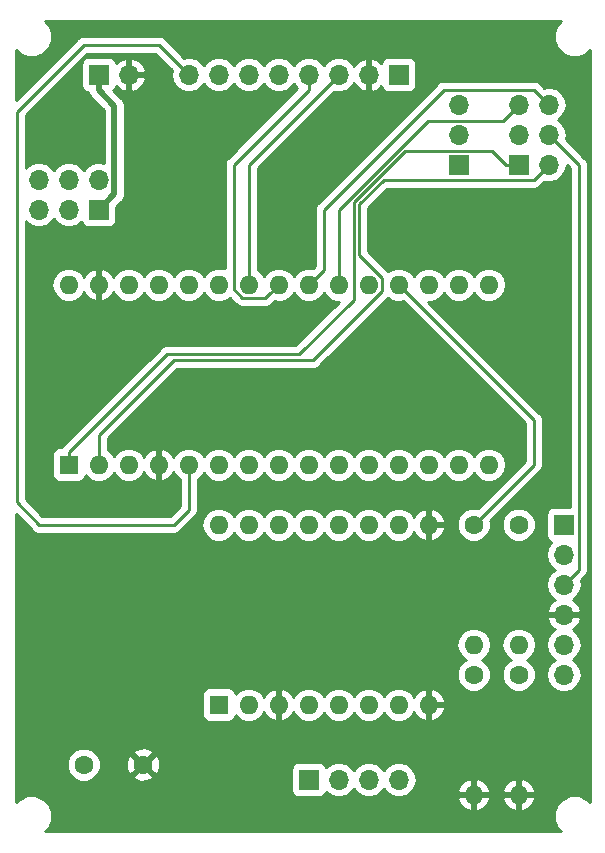
<source format=gtl>
G04 #@! TF.GenerationSoftware,KiCad,Pcbnew,5.0.2+dfsg1-1~bpo9+1*
G04 #@! TF.CreationDate,2019-05-23T13:43:39+01:00*
G04 #@! TF.ProjectId,pcb01,70636230-312e-46b6-9963-61645f706362,rev?*
G04 #@! TF.SameCoordinates,Original*
G04 #@! TF.FileFunction,Copper,L1,Top*
G04 #@! TF.FilePolarity,Positive*
%FSLAX46Y46*%
G04 Gerber Fmt 4.6, Leading zero omitted, Abs format (unit mm)*
G04 Created by KiCad (PCBNEW 5.0.2+dfsg1-1~bpo9+1) date Thu 23 May 2019 13:43:39 BST*
%MOMM*%
%LPD*%
G01*
G04 APERTURE LIST*
G04 #@! TA.AperFunction,ComponentPad*
%ADD10R,1.600000X1.600000*%
G04 #@! TD*
G04 #@! TA.AperFunction,ComponentPad*
%ADD11O,1.600000X1.600000*%
G04 #@! TD*
G04 #@! TA.AperFunction,ComponentPad*
%ADD12C,1.600000*%
G04 #@! TD*
G04 #@! TA.AperFunction,ComponentPad*
%ADD13O,1.700000X1.700000*%
G04 #@! TD*
G04 #@! TA.AperFunction,ComponentPad*
%ADD14R,1.700000X1.700000*%
G04 #@! TD*
G04 #@! TA.AperFunction,Conductor*
%ADD15C,0.500000*%
G04 #@! TD*
G04 #@! TA.AperFunction,Conductor*
%ADD16C,0.250000*%
G04 #@! TD*
G04 #@! TA.AperFunction,Conductor*
%ADD17C,0.254000*%
G04 #@! TD*
G04 APERTURE END LIST*
D10*
G04 #@! TO.P,TB2,1*
G04 #@! TO.N,Net-(SW2-Pad1)*
X100330000Y-80010000D03*
D11*
G04 #@! TO.P,TB2,17*
G04 #@! TO.N,Net-(TB2-Pad17)*
X133350000Y-64770000D03*
G04 #@! TO.P,TB2,2*
G04 #@! TO.N,Net-(SW2-Pad4)*
X102870000Y-80010000D03*
G04 #@! TO.P,TB2,18*
G04 #@! TO.N,Net-(TB2-Pad18)*
X130810000Y-64770000D03*
G04 #@! TO.P,TB2,3*
G04 #@! TO.N,N/C*
X105410000Y-80010000D03*
G04 #@! TO.P,TB2,19*
G04 #@! TO.N,Net-(R4-Pad1)*
X128270000Y-64770000D03*
G04 #@! TO.P,TB2,4*
G04 #@! TO.N,COM/GND*
X107950000Y-80010000D03*
G04 #@! TO.P,TB2,20*
G04 #@! TO.N,Net-(TB2-Pad20)*
X125730000Y-64770000D03*
G04 #@! TO.P,TB2,5*
G04 #@! TO.N,Net-(TB2-Pad5)*
X110490000Y-80010000D03*
G04 #@! TO.P,TB2,21*
G04 #@! TO.N,Net-(SW2-Pad3)*
X123190000Y-64770000D03*
G04 #@! TO.P,TB2,6*
G04 #@! TO.N,Net-(TB1-Pad16)*
X113030000Y-80010000D03*
G04 #@! TO.P,TB2,22*
G04 #@! TO.N,Net-(SW2-Pad6)*
X120650000Y-64770000D03*
G04 #@! TO.P,TB2,7*
G04 #@! TO.N,Net-(TB1-Pad15)*
X115570000Y-80010000D03*
G04 #@! TO.P,TB2,23*
G04 #@! TO.N,Net-(TB2-Pad23)*
X118110000Y-64770000D03*
G04 #@! TO.P,TB2,8*
G04 #@! TO.N,Net-(TB1-Pad14)*
X118110000Y-80010000D03*
G04 #@! TO.P,TB2,24*
G04 #@! TO.N,Net-(TB2-Pad24)*
X115570000Y-64770000D03*
G04 #@! TO.P,TB2,9*
G04 #@! TO.N,Net-(TB1-Pad13)*
X120650000Y-80010000D03*
G04 #@! TO.P,TB2,25*
G04 #@! TO.N,Net-(TB2-Pad25)*
X113030000Y-64770000D03*
G04 #@! TO.P,TB2,10*
G04 #@! TO.N,Net-(TB1-Pad12)*
X123190000Y-80010000D03*
G04 #@! TO.P,TB2,26*
G04 #@! TO.N,Net-(TB2-Pad26)*
X110490000Y-64770000D03*
G04 #@! TO.P,TB2,11*
G04 #@! TO.N,Net-(TB1-Pad11)*
X125730000Y-80010000D03*
G04 #@! TO.P,TB2,27*
G04 #@! TO.N,+5V*
X107950000Y-64770000D03*
G04 #@! TO.P,TB2,12*
G04 #@! TO.N,Net-(TB1-Pad10)*
X128270000Y-80010000D03*
G04 #@! TO.P,TB2,28*
G04 #@! TO.N,Net-(TB2-Pad28)*
X105410000Y-64770000D03*
G04 #@! TO.P,TB2,13*
G04 #@! TO.N,Net-(TB2-Pad13)*
X130810000Y-80010000D03*
G04 #@! TO.P,TB2,29*
G04 #@! TO.N,COM/GND*
X102870000Y-64770000D03*
G04 #@! TO.P,TB2,14*
G04 #@! TO.N,Net-(TB2-Pad14)*
X133350000Y-80010000D03*
G04 #@! TO.P,TB2,30*
G04 #@! TO.N,Net-(J2-Pad1)*
X100330000Y-64770000D03*
G04 #@! TO.P,TB2,15*
G04 #@! TO.N,Net-(TB2-Pad15)*
X135890000Y-80010000D03*
G04 #@! TO.P,TB2,16*
G04 #@! TO.N,Net-(TB2-Pad16)*
X135890000Y-64770000D03*
G04 #@! TD*
D12*
G04 #@! TO.P,C1,1*
G04 #@! TO.N,Net-(C1-Pad1)*
X101600000Y-105410000D03*
G04 #@! TO.P,C1,2*
G04 #@! TO.N,COM/GND*
X106600000Y-105410000D03*
G04 #@! TD*
D13*
G04 #@! TO.P,J1,4*
G04 #@! TO.N,Net-(J1-Pad4)*
X128270000Y-106680000D03*
G04 #@! TO.P,J1,3*
G04 #@! TO.N,Net-(J1-Pad3)*
X125730000Y-106680000D03*
G04 #@! TO.P,J1,2*
G04 #@! TO.N,Net-(J1-Pad2)*
X123190000Y-106680000D03*
D14*
G04 #@! TO.P,J1,1*
G04 #@! TO.N,Net-(J1-Pad1)*
X120650000Y-106680000D03*
G04 #@! TD*
G04 #@! TO.P,J3,1*
G04 #@! TO.N,/VBatt*
X102870000Y-46990000D03*
D13*
G04 #@! TO.P,J3,2*
G04 #@! TO.N,COM/GND*
X105410000Y-46990000D03*
G04 #@! TD*
D10*
G04 #@! TO.P,TB1,1*
G04 #@! TO.N,Net-(C1-Pad1)*
X113030000Y-100330000D03*
D11*
G04 #@! TO.P,TB1,9*
G04 #@! TO.N,COM/GND*
X130810000Y-85090000D03*
G04 #@! TO.P,TB1,2*
G04 #@! TO.N,+5V*
X115570000Y-100330000D03*
G04 #@! TO.P,TB1,10*
G04 #@! TO.N,Net-(TB1-Pad10)*
X128270000Y-85090000D03*
G04 #@! TO.P,TB1,3*
G04 #@! TO.N,COM/GND*
X118110000Y-100330000D03*
G04 #@! TO.P,TB1,11*
G04 #@! TO.N,Net-(TB1-Pad11)*
X125730000Y-85090000D03*
G04 #@! TO.P,TB1,4*
G04 #@! TO.N,Net-(J1-Pad1)*
X120650000Y-100330000D03*
G04 #@! TO.P,TB1,12*
G04 #@! TO.N,Net-(TB1-Pad12)*
X123190000Y-85090000D03*
G04 #@! TO.P,TB1,5*
G04 #@! TO.N,Net-(J1-Pad2)*
X123190000Y-100330000D03*
G04 #@! TO.P,TB1,13*
G04 #@! TO.N,Net-(TB1-Pad13)*
X120650000Y-85090000D03*
G04 #@! TO.P,TB1,6*
G04 #@! TO.N,Net-(J1-Pad3)*
X125730000Y-100330000D03*
G04 #@! TO.P,TB1,14*
G04 #@! TO.N,Net-(TB1-Pad14)*
X118110000Y-85090000D03*
G04 #@! TO.P,TB1,7*
G04 #@! TO.N,Net-(J1-Pad4)*
X128270000Y-100330000D03*
G04 #@! TO.P,TB1,15*
G04 #@! TO.N,Net-(TB1-Pad15)*
X115570000Y-85090000D03*
G04 #@! TO.P,TB1,8*
G04 #@! TO.N,COM/GND*
X130810000Y-100330000D03*
G04 #@! TO.P,TB1,16*
G04 #@! TO.N,Net-(TB1-Pad16)*
X113030000Y-85090000D03*
G04 #@! TD*
D13*
G04 #@! TO.P,U1,8*
G04 #@! TO.N,Net-(TB2-Pad5)*
X110490000Y-46990000D03*
G04 #@! TO.P,U1,7*
G04 #@! TO.N,Net-(U1-Pad7)*
X113030000Y-46990000D03*
G04 #@! TO.P,U1,6*
G04 #@! TO.N,Net-(U1-Pad6)*
X115570000Y-46990000D03*
G04 #@! TO.P,U1,5*
G04 #@! TO.N,Net-(U1-Pad5)*
X118110000Y-46990000D03*
G04 #@! TO.P,U1,4*
G04 #@! TO.N,Net-(TB2-Pad23)*
X120650000Y-46990000D03*
G04 #@! TO.P,U1,3*
G04 #@! TO.N,Net-(TB2-Pad24)*
X123190000Y-46990000D03*
G04 #@! TO.P,U1,2*
G04 #@! TO.N,COM/GND*
X125730000Y-46990000D03*
D14*
G04 #@! TO.P,U1,1*
G04 #@! TO.N,+5V*
X128270000Y-46990000D03*
G04 #@! TD*
G04 #@! TO.P,J2,1*
G04 #@! TO.N,Net-(J2-Pad1)*
X133350000Y-54610000D03*
D13*
G04 #@! TO.P,J2,2*
G04 #@! TO.N,Net-(C1-Pad1)*
X133350000Y-52070000D03*
G04 #@! TO.P,J2,3*
G04 #@! TO.N,+5V*
X133350000Y-49530000D03*
G04 #@! TD*
D14*
G04 #@! TO.P,SW2,1*
G04 #@! TO.N,Net-(SW2-Pad1)*
X138430000Y-54610000D03*
D13*
G04 #@! TO.P,SW2,2*
G04 #@! TO.N,Net-(R1-Pad1)*
X138430000Y-52070000D03*
G04 #@! TO.P,SW2,3*
G04 #@! TO.N,Net-(SW2-Pad3)*
X138430000Y-49530000D03*
G04 #@! TO.P,SW2,4*
G04 #@! TO.N,Net-(SW2-Pad4)*
X140970000Y-54610000D03*
G04 #@! TO.P,SW2,5*
G04 #@! TO.N,Net-(SW2-Pad5)*
X140970000Y-52070000D03*
G04 #@! TO.P,SW2,6*
G04 #@! TO.N,Net-(SW2-Pad6)*
X140970000Y-49530000D03*
G04 #@! TD*
D14*
G04 #@! TO.P,SW1,1*
G04 #@! TO.N,/VBatt*
X102870000Y-58420000D03*
D13*
G04 #@! TO.P,SW1,2*
G04 #@! TO.N,Net-(C1-Pad1)*
X100330000Y-58420000D03*
G04 #@! TO.P,SW1,3*
G04 #@! TO.N,Net-(SW1-Pad3)*
X97790000Y-58420000D03*
G04 #@! TO.P,SW1,4*
G04 #@! TO.N,N/C*
X102870000Y-55880000D03*
G04 #@! TO.P,SW1,5*
X100330000Y-55880000D03*
G04 #@! TO.P,SW1,6*
X97790000Y-55880000D03*
G04 #@! TD*
D11*
G04 #@! TO.P,R1,2*
G04 #@! TO.N,COM/GND*
X138430000Y-107950000D03*
D12*
G04 #@! TO.P,R1,1*
G04 #@! TO.N,Net-(R1-Pad1)*
X138430000Y-97790000D03*
G04 #@! TD*
G04 #@! TO.P,R2,1*
G04 #@! TO.N,Net-(R2-Pad1)*
X138430000Y-85090000D03*
D11*
G04 #@! TO.P,R2,2*
G04 #@! TO.N,Net-(R1-Pad1)*
X138430000Y-95250000D03*
G04 #@! TD*
D14*
G04 #@! TO.P,U2,1*
G04 #@! TO.N,Net-(U2-Pad1)*
X142240000Y-85090000D03*
D13*
G04 #@! TO.P,U2,2*
G04 #@! TO.N,Net-(R2-Pad1)*
X142240000Y-87630000D03*
G04 #@! TO.P,U2,3*
G04 #@! TO.N,Net-(SW2-Pad5)*
X142240000Y-90170000D03*
G04 #@! TO.P,U2,4*
G04 #@! TO.N,COM/GND*
X142240000Y-92710000D03*
G04 #@! TO.P,U2,5*
G04 #@! TO.N,+5V*
X142240000Y-95250000D03*
G04 #@! TO.P,U2,6*
G04 #@! TO.N,Net-(U2-Pad6)*
X142240000Y-97790000D03*
G04 #@! TD*
D11*
G04 #@! TO.P,R3,2*
G04 #@! TO.N,COM/GND*
X134620000Y-107950000D03*
D12*
G04 #@! TO.P,R3,1*
G04 #@! TO.N,Net-(C1-Pad1)*
X134620000Y-97790000D03*
G04 #@! TD*
G04 #@! TO.P,R4,1*
G04 #@! TO.N,Net-(R4-Pad1)*
X134620000Y-85090000D03*
D11*
G04 #@! TO.P,R4,2*
G04 #@! TO.N,Net-(C1-Pad1)*
X134620000Y-95250000D03*
G04 #@! TD*
D15*
G04 #@! TO.N,/VBatt*
X104170001Y-49640001D02*
X104170001Y-57119999D01*
X104170001Y-57119999D02*
X102870000Y-58420000D01*
X102870000Y-48340000D02*
X104170001Y-49640001D01*
X102870000Y-46990000D02*
X102870000Y-48340000D01*
D16*
G04 #@! TO.N,Net-(SW2-Pad6)*
X139700000Y-48260000D02*
X140970000Y-49530000D01*
X120650000Y-64770000D02*
X121920000Y-63500000D01*
X121920000Y-63500000D02*
X121920000Y-58420000D01*
X132080000Y-48260000D02*
X139700000Y-48260000D01*
X121920000Y-58420000D02*
X132080000Y-48260000D01*
G04 #@! TO.N,Net-(SW2-Pad5)*
X142240000Y-90170000D02*
X143510000Y-88900000D01*
X143510000Y-54610000D02*
X140970000Y-52070000D01*
X143510000Y-88900000D02*
X143510000Y-54610000D01*
G04 #@! TO.N,Net-(SW2-Pad4)*
X102870000Y-77470000D02*
X102870000Y-80010000D01*
X109220000Y-71120000D02*
X102870000Y-77470000D01*
X121045002Y-71120000D02*
X109220000Y-71120000D01*
X126855001Y-65310001D02*
X121045002Y-71120000D01*
X126855001Y-64229999D02*
X126855001Y-65310001D01*
X124910010Y-62285008D02*
X126855001Y-64229999D01*
X124910010Y-57972810D02*
X124910010Y-62285008D01*
X140970000Y-54610000D02*
X139700000Y-55880000D01*
X127002820Y-55880000D02*
X124910010Y-57972810D01*
X139700000Y-55880000D02*
X127002820Y-55880000D01*
G04 #@! TO.N,Net-(SW2-Pad3)*
X138430000Y-49530000D02*
X137065001Y-50894999D01*
X137065001Y-50894999D02*
X131985001Y-50894999D01*
X123190000Y-59690000D02*
X123190000Y-64770000D01*
X131985001Y-50894999D02*
X130715001Y-50894999D01*
X130715001Y-50894999D02*
X123190000Y-58420000D01*
X123190000Y-58420000D02*
X123190000Y-59690000D01*
G04 #@! TO.N,Net-(SW2-Pad1)*
X100330000Y-78960000D02*
X100330000Y-80010000D01*
X119830010Y-70669990D02*
X108620010Y-70669990D01*
X124460000Y-66040000D02*
X119830010Y-70669990D01*
X108620010Y-70669990D02*
X100330000Y-78960000D01*
X124460000Y-57786410D02*
X124460000Y-66040000D01*
X128811411Y-53434999D02*
X124460000Y-57786410D01*
X136154999Y-53434999D02*
X128811411Y-53434999D01*
X138430000Y-54610000D02*
X137330000Y-54610000D01*
X137330000Y-54610000D02*
X136154999Y-53434999D01*
G04 #@! TO.N,Net-(TB2-Pad5)*
X110490000Y-83820000D02*
X110490000Y-80010000D01*
X109220000Y-85090000D02*
X110490000Y-83820000D01*
X97790000Y-85090000D02*
X109220000Y-85090000D01*
X95914989Y-83214989D02*
X97790000Y-85090000D01*
X110490000Y-46990000D02*
X107950000Y-44450000D01*
X107950000Y-44450000D02*
X101600000Y-44450000D01*
X95914989Y-50135011D02*
X95914989Y-83214989D01*
X101600000Y-44450000D02*
X95914989Y-50135011D01*
G04 #@! TO.N,Net-(R4-Pad1)*
X139700000Y-76200000D02*
X128270000Y-64770000D01*
X139700000Y-80010000D02*
X134620000Y-85090000D01*
X139700000Y-76200000D02*
X139700000Y-80010000D01*
G04 #@! TO.N,Net-(TB2-Pad23)*
X120650000Y-46990000D02*
X120650000Y-48260000D01*
X117310001Y-65569999D02*
X118110000Y-64770000D01*
X116984999Y-65895001D02*
X117310001Y-65569999D01*
X115029999Y-65895001D02*
X116984999Y-65895001D01*
X114300000Y-65165002D02*
X115029999Y-65895001D01*
X114300000Y-54610000D02*
X114300000Y-65165002D01*
X120650000Y-48260000D02*
X114300000Y-54610000D01*
G04 #@! TO.N,Net-(TB2-Pad24)*
X115570000Y-54610000D02*
X115570000Y-64770000D01*
X123190000Y-46990000D02*
X115570000Y-54610000D01*
G04 #@! TD*
D17*
G04 #@! TO.N,COM/GND*
G36*
X141679138Y-42767201D02*
X141415000Y-43404887D01*
X141415000Y-44095113D01*
X141679138Y-44732799D01*
X142167201Y-45220862D01*
X142804887Y-45485000D01*
X143495113Y-45485000D01*
X144132799Y-45220862D01*
X144440000Y-44913661D01*
X144440001Y-108596340D01*
X144132799Y-108289138D01*
X143495113Y-108025000D01*
X142804887Y-108025000D01*
X142167201Y-108289138D01*
X141679138Y-108777201D01*
X141415000Y-109414887D01*
X141415000Y-110105113D01*
X141679138Y-110742799D01*
X141986339Y-111050000D01*
X98313661Y-111050000D01*
X98620862Y-110742799D01*
X98885000Y-110105113D01*
X98885000Y-109414887D01*
X98620862Y-108777201D01*
X98142702Y-108299041D01*
X133228086Y-108299041D01*
X133467611Y-108805134D01*
X133882577Y-109181041D01*
X134270961Y-109341904D01*
X134493000Y-109219915D01*
X134493000Y-108077000D01*
X134747000Y-108077000D01*
X134747000Y-109219915D01*
X134969039Y-109341904D01*
X135357423Y-109181041D01*
X135772389Y-108805134D01*
X136011914Y-108299041D01*
X137038086Y-108299041D01*
X137277611Y-108805134D01*
X137692577Y-109181041D01*
X138080961Y-109341904D01*
X138303000Y-109219915D01*
X138303000Y-108077000D01*
X138557000Y-108077000D01*
X138557000Y-109219915D01*
X138779039Y-109341904D01*
X139167423Y-109181041D01*
X139582389Y-108805134D01*
X139821914Y-108299041D01*
X139700629Y-108077000D01*
X138557000Y-108077000D01*
X138303000Y-108077000D01*
X137159371Y-108077000D01*
X137038086Y-108299041D01*
X136011914Y-108299041D01*
X135890629Y-108077000D01*
X134747000Y-108077000D01*
X134493000Y-108077000D01*
X133349371Y-108077000D01*
X133228086Y-108299041D01*
X98142702Y-108299041D01*
X98132799Y-108289138D01*
X97495113Y-108025000D01*
X96804887Y-108025000D01*
X96167201Y-108289138D01*
X95860000Y-108596339D01*
X95860000Y-105124561D01*
X100165000Y-105124561D01*
X100165000Y-105695439D01*
X100383466Y-106222862D01*
X100787138Y-106626534D01*
X101314561Y-106845000D01*
X101885439Y-106845000D01*
X102412862Y-106626534D01*
X102621651Y-106417745D01*
X105771861Y-106417745D01*
X105845995Y-106663864D01*
X106383223Y-106856965D01*
X106953454Y-106829778D01*
X107354005Y-106663864D01*
X107428139Y-106417745D01*
X106600000Y-105589605D01*
X105771861Y-106417745D01*
X102621651Y-106417745D01*
X102816534Y-106222862D01*
X103035000Y-105695439D01*
X103035000Y-105193223D01*
X105153035Y-105193223D01*
X105180222Y-105763454D01*
X105346136Y-106164005D01*
X105592255Y-106238139D01*
X106420395Y-105410000D01*
X106779605Y-105410000D01*
X107607745Y-106238139D01*
X107853864Y-106164005D01*
X107973918Y-105830000D01*
X119152560Y-105830000D01*
X119152560Y-107530000D01*
X119201843Y-107777765D01*
X119342191Y-107987809D01*
X119552235Y-108128157D01*
X119800000Y-108177440D01*
X121500000Y-108177440D01*
X121747765Y-108128157D01*
X121957809Y-107987809D01*
X122098157Y-107777765D01*
X122107184Y-107732381D01*
X122119375Y-107750625D01*
X122610582Y-108078839D01*
X123043744Y-108165000D01*
X123336256Y-108165000D01*
X123769418Y-108078839D01*
X124260625Y-107750625D01*
X124460000Y-107452239D01*
X124659375Y-107750625D01*
X125150582Y-108078839D01*
X125583744Y-108165000D01*
X125876256Y-108165000D01*
X126309418Y-108078839D01*
X126800625Y-107750625D01*
X127000000Y-107452239D01*
X127199375Y-107750625D01*
X127690582Y-108078839D01*
X128123744Y-108165000D01*
X128416256Y-108165000D01*
X128849418Y-108078839D01*
X129340625Y-107750625D01*
X129440628Y-107600959D01*
X133228086Y-107600959D01*
X133349371Y-107823000D01*
X134493000Y-107823000D01*
X134493000Y-106680085D01*
X134747000Y-106680085D01*
X134747000Y-107823000D01*
X135890629Y-107823000D01*
X136011914Y-107600959D01*
X137038086Y-107600959D01*
X137159371Y-107823000D01*
X138303000Y-107823000D01*
X138303000Y-106680085D01*
X138557000Y-106680085D01*
X138557000Y-107823000D01*
X139700629Y-107823000D01*
X139821914Y-107600959D01*
X139582389Y-107094866D01*
X139167423Y-106718959D01*
X138779039Y-106558096D01*
X138557000Y-106680085D01*
X138303000Y-106680085D01*
X138080961Y-106558096D01*
X137692577Y-106718959D01*
X137277611Y-107094866D01*
X137038086Y-107600959D01*
X136011914Y-107600959D01*
X135772389Y-107094866D01*
X135357423Y-106718959D01*
X134969039Y-106558096D01*
X134747000Y-106680085D01*
X134493000Y-106680085D01*
X134270961Y-106558096D01*
X133882577Y-106718959D01*
X133467611Y-107094866D01*
X133228086Y-107600959D01*
X129440628Y-107600959D01*
X129668839Y-107259418D01*
X129784092Y-106680000D01*
X129668839Y-106100582D01*
X129340625Y-105609375D01*
X128849418Y-105281161D01*
X128416256Y-105195000D01*
X128123744Y-105195000D01*
X127690582Y-105281161D01*
X127199375Y-105609375D01*
X127000000Y-105907761D01*
X126800625Y-105609375D01*
X126309418Y-105281161D01*
X125876256Y-105195000D01*
X125583744Y-105195000D01*
X125150582Y-105281161D01*
X124659375Y-105609375D01*
X124460000Y-105907761D01*
X124260625Y-105609375D01*
X123769418Y-105281161D01*
X123336256Y-105195000D01*
X123043744Y-105195000D01*
X122610582Y-105281161D01*
X122119375Y-105609375D01*
X122107184Y-105627619D01*
X122098157Y-105582235D01*
X121957809Y-105372191D01*
X121747765Y-105231843D01*
X121500000Y-105182560D01*
X119800000Y-105182560D01*
X119552235Y-105231843D01*
X119342191Y-105372191D01*
X119201843Y-105582235D01*
X119152560Y-105830000D01*
X107973918Y-105830000D01*
X108046965Y-105626777D01*
X108019778Y-105056546D01*
X107853864Y-104655995D01*
X107607745Y-104581861D01*
X106779605Y-105410000D01*
X106420395Y-105410000D01*
X105592255Y-104581861D01*
X105346136Y-104655995D01*
X105153035Y-105193223D01*
X103035000Y-105193223D01*
X103035000Y-105124561D01*
X102816534Y-104597138D01*
X102621651Y-104402255D01*
X105771861Y-104402255D01*
X106600000Y-105230395D01*
X107428139Y-104402255D01*
X107354005Y-104156136D01*
X106816777Y-103963035D01*
X106246546Y-103990222D01*
X105845995Y-104156136D01*
X105771861Y-104402255D01*
X102621651Y-104402255D01*
X102412862Y-104193466D01*
X101885439Y-103975000D01*
X101314561Y-103975000D01*
X100787138Y-104193466D01*
X100383466Y-104597138D01*
X100165000Y-105124561D01*
X95860000Y-105124561D01*
X95860000Y-99530000D01*
X111582560Y-99530000D01*
X111582560Y-101130000D01*
X111631843Y-101377765D01*
X111772191Y-101587809D01*
X111982235Y-101728157D01*
X112230000Y-101777440D01*
X113830000Y-101777440D01*
X114077765Y-101728157D01*
X114287809Y-101587809D01*
X114428157Y-101377765D01*
X114454785Y-101243894D01*
X114535423Y-101364577D01*
X115010091Y-101681740D01*
X115428667Y-101765000D01*
X115711333Y-101765000D01*
X116129909Y-101681740D01*
X116604577Y-101364577D01*
X116860947Y-100980892D01*
X116957611Y-101185134D01*
X117372577Y-101561041D01*
X117760961Y-101721904D01*
X117983000Y-101599915D01*
X117983000Y-100457000D01*
X117963000Y-100457000D01*
X117963000Y-100203000D01*
X117983000Y-100203000D01*
X117983000Y-99060085D01*
X118237000Y-99060085D01*
X118237000Y-100203000D01*
X118257000Y-100203000D01*
X118257000Y-100457000D01*
X118237000Y-100457000D01*
X118237000Y-101599915D01*
X118459039Y-101721904D01*
X118847423Y-101561041D01*
X119262389Y-101185134D01*
X119359053Y-100980892D01*
X119615423Y-101364577D01*
X120090091Y-101681740D01*
X120508667Y-101765000D01*
X120791333Y-101765000D01*
X121209909Y-101681740D01*
X121684577Y-101364577D01*
X121920000Y-101012242D01*
X122155423Y-101364577D01*
X122630091Y-101681740D01*
X123048667Y-101765000D01*
X123331333Y-101765000D01*
X123749909Y-101681740D01*
X124224577Y-101364577D01*
X124460000Y-101012242D01*
X124695423Y-101364577D01*
X125170091Y-101681740D01*
X125588667Y-101765000D01*
X125871333Y-101765000D01*
X126289909Y-101681740D01*
X126764577Y-101364577D01*
X127000000Y-101012242D01*
X127235423Y-101364577D01*
X127710091Y-101681740D01*
X128128667Y-101765000D01*
X128411333Y-101765000D01*
X128829909Y-101681740D01*
X129304577Y-101364577D01*
X129560947Y-100980892D01*
X129657611Y-101185134D01*
X130072577Y-101561041D01*
X130460961Y-101721904D01*
X130683000Y-101599915D01*
X130683000Y-100457000D01*
X130937000Y-100457000D01*
X130937000Y-101599915D01*
X131159039Y-101721904D01*
X131547423Y-101561041D01*
X131962389Y-101185134D01*
X132201914Y-100679041D01*
X132080629Y-100457000D01*
X130937000Y-100457000D01*
X130683000Y-100457000D01*
X130663000Y-100457000D01*
X130663000Y-100203000D01*
X130683000Y-100203000D01*
X130683000Y-99060085D01*
X130937000Y-99060085D01*
X130937000Y-100203000D01*
X132080629Y-100203000D01*
X132201914Y-99980959D01*
X131962389Y-99474866D01*
X131547423Y-99098959D01*
X131159039Y-98938096D01*
X130937000Y-99060085D01*
X130683000Y-99060085D01*
X130460961Y-98938096D01*
X130072577Y-99098959D01*
X129657611Y-99474866D01*
X129560947Y-99679108D01*
X129304577Y-99295423D01*
X128829909Y-98978260D01*
X128411333Y-98895000D01*
X128128667Y-98895000D01*
X127710091Y-98978260D01*
X127235423Y-99295423D01*
X127000000Y-99647758D01*
X126764577Y-99295423D01*
X126289909Y-98978260D01*
X125871333Y-98895000D01*
X125588667Y-98895000D01*
X125170091Y-98978260D01*
X124695423Y-99295423D01*
X124460000Y-99647758D01*
X124224577Y-99295423D01*
X123749909Y-98978260D01*
X123331333Y-98895000D01*
X123048667Y-98895000D01*
X122630091Y-98978260D01*
X122155423Y-99295423D01*
X121920000Y-99647758D01*
X121684577Y-99295423D01*
X121209909Y-98978260D01*
X120791333Y-98895000D01*
X120508667Y-98895000D01*
X120090091Y-98978260D01*
X119615423Y-99295423D01*
X119359053Y-99679108D01*
X119262389Y-99474866D01*
X118847423Y-99098959D01*
X118459039Y-98938096D01*
X118237000Y-99060085D01*
X117983000Y-99060085D01*
X117760961Y-98938096D01*
X117372577Y-99098959D01*
X116957611Y-99474866D01*
X116860947Y-99679108D01*
X116604577Y-99295423D01*
X116129909Y-98978260D01*
X115711333Y-98895000D01*
X115428667Y-98895000D01*
X115010091Y-98978260D01*
X114535423Y-99295423D01*
X114454785Y-99416106D01*
X114428157Y-99282235D01*
X114287809Y-99072191D01*
X114077765Y-98931843D01*
X113830000Y-98882560D01*
X112230000Y-98882560D01*
X111982235Y-98931843D01*
X111772191Y-99072191D01*
X111631843Y-99282235D01*
X111582560Y-99530000D01*
X95860000Y-99530000D01*
X95860000Y-95250000D01*
X133156887Y-95250000D01*
X133268260Y-95809909D01*
X133585423Y-96284577D01*
X133937168Y-96519606D01*
X133807138Y-96573466D01*
X133403466Y-96977138D01*
X133185000Y-97504561D01*
X133185000Y-98075439D01*
X133403466Y-98602862D01*
X133807138Y-99006534D01*
X134334561Y-99225000D01*
X134905439Y-99225000D01*
X135432862Y-99006534D01*
X135836534Y-98602862D01*
X136055000Y-98075439D01*
X136055000Y-97504561D01*
X135836534Y-96977138D01*
X135432862Y-96573466D01*
X135302832Y-96519606D01*
X135654577Y-96284577D01*
X135971740Y-95809909D01*
X136083113Y-95250000D01*
X136966887Y-95250000D01*
X137078260Y-95809909D01*
X137395423Y-96284577D01*
X137747168Y-96519606D01*
X137617138Y-96573466D01*
X137213466Y-96977138D01*
X136995000Y-97504561D01*
X136995000Y-98075439D01*
X137213466Y-98602862D01*
X137617138Y-99006534D01*
X138144561Y-99225000D01*
X138715439Y-99225000D01*
X139242862Y-99006534D01*
X139646534Y-98602862D01*
X139865000Y-98075439D01*
X139865000Y-97504561D01*
X139646534Y-96977138D01*
X139242862Y-96573466D01*
X139112832Y-96519606D01*
X139464577Y-96284577D01*
X139781740Y-95809909D01*
X139893113Y-95250000D01*
X140725908Y-95250000D01*
X140841161Y-95829418D01*
X141169375Y-96320625D01*
X141467761Y-96520000D01*
X141169375Y-96719375D01*
X140841161Y-97210582D01*
X140725908Y-97790000D01*
X140841161Y-98369418D01*
X141169375Y-98860625D01*
X141660582Y-99188839D01*
X142093744Y-99275000D01*
X142386256Y-99275000D01*
X142819418Y-99188839D01*
X143310625Y-98860625D01*
X143638839Y-98369418D01*
X143754092Y-97790000D01*
X143638839Y-97210582D01*
X143310625Y-96719375D01*
X143012239Y-96520000D01*
X143310625Y-96320625D01*
X143638839Y-95829418D01*
X143754092Y-95250000D01*
X143638839Y-94670582D01*
X143310625Y-94179375D01*
X142991522Y-93966157D01*
X143121358Y-93905183D01*
X143511645Y-93476924D01*
X143681476Y-93066890D01*
X143560155Y-92837000D01*
X142367000Y-92837000D01*
X142367000Y-92857000D01*
X142113000Y-92857000D01*
X142113000Y-92837000D01*
X140919845Y-92837000D01*
X140798524Y-93066890D01*
X140968355Y-93476924D01*
X141358642Y-93905183D01*
X141488478Y-93966157D01*
X141169375Y-94179375D01*
X140841161Y-94670582D01*
X140725908Y-95250000D01*
X139893113Y-95250000D01*
X139781740Y-94690091D01*
X139464577Y-94215423D01*
X138989909Y-93898260D01*
X138571333Y-93815000D01*
X138288667Y-93815000D01*
X137870091Y-93898260D01*
X137395423Y-94215423D01*
X137078260Y-94690091D01*
X136966887Y-95250000D01*
X136083113Y-95250000D01*
X135971740Y-94690091D01*
X135654577Y-94215423D01*
X135179909Y-93898260D01*
X134761333Y-93815000D01*
X134478667Y-93815000D01*
X134060091Y-93898260D01*
X133585423Y-94215423D01*
X133268260Y-94690091D01*
X133156887Y-95250000D01*
X95860000Y-95250000D01*
X95860000Y-84234801D01*
X97199671Y-85574473D01*
X97242071Y-85637929D01*
X97493463Y-85805904D01*
X97715148Y-85850000D01*
X97715153Y-85850000D01*
X97790000Y-85864888D01*
X97864847Y-85850000D01*
X109145153Y-85850000D01*
X109220000Y-85864888D01*
X109294847Y-85850000D01*
X109294852Y-85850000D01*
X109516537Y-85805904D01*
X109767929Y-85637929D01*
X109810331Y-85574470D01*
X110294801Y-85090000D01*
X111566887Y-85090000D01*
X111678260Y-85649909D01*
X111995423Y-86124577D01*
X112470091Y-86441740D01*
X112888667Y-86525000D01*
X113171333Y-86525000D01*
X113589909Y-86441740D01*
X114064577Y-86124577D01*
X114300000Y-85772242D01*
X114535423Y-86124577D01*
X115010091Y-86441740D01*
X115428667Y-86525000D01*
X115711333Y-86525000D01*
X116129909Y-86441740D01*
X116604577Y-86124577D01*
X116840000Y-85772242D01*
X117075423Y-86124577D01*
X117550091Y-86441740D01*
X117968667Y-86525000D01*
X118251333Y-86525000D01*
X118669909Y-86441740D01*
X119144577Y-86124577D01*
X119380000Y-85772242D01*
X119615423Y-86124577D01*
X120090091Y-86441740D01*
X120508667Y-86525000D01*
X120791333Y-86525000D01*
X121209909Y-86441740D01*
X121684577Y-86124577D01*
X121920000Y-85772242D01*
X122155423Y-86124577D01*
X122630091Y-86441740D01*
X123048667Y-86525000D01*
X123331333Y-86525000D01*
X123749909Y-86441740D01*
X124224577Y-86124577D01*
X124460000Y-85772242D01*
X124695423Y-86124577D01*
X125170091Y-86441740D01*
X125588667Y-86525000D01*
X125871333Y-86525000D01*
X126289909Y-86441740D01*
X126764577Y-86124577D01*
X127000000Y-85772242D01*
X127235423Y-86124577D01*
X127710091Y-86441740D01*
X128128667Y-86525000D01*
X128411333Y-86525000D01*
X128829909Y-86441740D01*
X129304577Y-86124577D01*
X129560947Y-85740892D01*
X129657611Y-85945134D01*
X130072577Y-86321041D01*
X130460961Y-86481904D01*
X130683000Y-86359915D01*
X130683000Y-85217000D01*
X130937000Y-85217000D01*
X130937000Y-86359915D01*
X131159039Y-86481904D01*
X131547423Y-86321041D01*
X131962389Y-85945134D01*
X132201914Y-85439041D01*
X132080629Y-85217000D01*
X130937000Y-85217000D01*
X130683000Y-85217000D01*
X130663000Y-85217000D01*
X130663000Y-84963000D01*
X130683000Y-84963000D01*
X130683000Y-83820085D01*
X130937000Y-83820085D01*
X130937000Y-84963000D01*
X132080629Y-84963000D01*
X132201914Y-84740959D01*
X131962389Y-84234866D01*
X131547423Y-83858959D01*
X131159039Y-83698096D01*
X130937000Y-83820085D01*
X130683000Y-83820085D01*
X130460961Y-83698096D01*
X130072577Y-83858959D01*
X129657611Y-84234866D01*
X129560947Y-84439108D01*
X129304577Y-84055423D01*
X128829909Y-83738260D01*
X128411333Y-83655000D01*
X128128667Y-83655000D01*
X127710091Y-83738260D01*
X127235423Y-84055423D01*
X127000000Y-84407758D01*
X126764577Y-84055423D01*
X126289909Y-83738260D01*
X125871333Y-83655000D01*
X125588667Y-83655000D01*
X125170091Y-83738260D01*
X124695423Y-84055423D01*
X124460000Y-84407758D01*
X124224577Y-84055423D01*
X123749909Y-83738260D01*
X123331333Y-83655000D01*
X123048667Y-83655000D01*
X122630091Y-83738260D01*
X122155423Y-84055423D01*
X121920000Y-84407758D01*
X121684577Y-84055423D01*
X121209909Y-83738260D01*
X120791333Y-83655000D01*
X120508667Y-83655000D01*
X120090091Y-83738260D01*
X119615423Y-84055423D01*
X119380000Y-84407758D01*
X119144577Y-84055423D01*
X118669909Y-83738260D01*
X118251333Y-83655000D01*
X117968667Y-83655000D01*
X117550091Y-83738260D01*
X117075423Y-84055423D01*
X116840000Y-84407758D01*
X116604577Y-84055423D01*
X116129909Y-83738260D01*
X115711333Y-83655000D01*
X115428667Y-83655000D01*
X115010091Y-83738260D01*
X114535423Y-84055423D01*
X114300000Y-84407758D01*
X114064577Y-84055423D01*
X113589909Y-83738260D01*
X113171333Y-83655000D01*
X112888667Y-83655000D01*
X112470091Y-83738260D01*
X111995423Y-84055423D01*
X111678260Y-84530091D01*
X111566887Y-85090000D01*
X110294801Y-85090000D01*
X110974473Y-84410329D01*
X111037929Y-84367929D01*
X111205904Y-84116537D01*
X111250000Y-83894852D01*
X111250000Y-83894848D01*
X111264888Y-83820001D01*
X111250000Y-83745154D01*
X111250000Y-81228043D01*
X111524577Y-81044577D01*
X111760000Y-80692242D01*
X111995423Y-81044577D01*
X112470091Y-81361740D01*
X112888667Y-81445000D01*
X113171333Y-81445000D01*
X113589909Y-81361740D01*
X114064577Y-81044577D01*
X114300000Y-80692242D01*
X114535423Y-81044577D01*
X115010091Y-81361740D01*
X115428667Y-81445000D01*
X115711333Y-81445000D01*
X116129909Y-81361740D01*
X116604577Y-81044577D01*
X116840000Y-80692242D01*
X117075423Y-81044577D01*
X117550091Y-81361740D01*
X117968667Y-81445000D01*
X118251333Y-81445000D01*
X118669909Y-81361740D01*
X119144577Y-81044577D01*
X119380000Y-80692242D01*
X119615423Y-81044577D01*
X120090091Y-81361740D01*
X120508667Y-81445000D01*
X120791333Y-81445000D01*
X121209909Y-81361740D01*
X121684577Y-81044577D01*
X121920000Y-80692242D01*
X122155423Y-81044577D01*
X122630091Y-81361740D01*
X123048667Y-81445000D01*
X123331333Y-81445000D01*
X123749909Y-81361740D01*
X124224577Y-81044577D01*
X124460000Y-80692242D01*
X124695423Y-81044577D01*
X125170091Y-81361740D01*
X125588667Y-81445000D01*
X125871333Y-81445000D01*
X126289909Y-81361740D01*
X126764577Y-81044577D01*
X127000000Y-80692242D01*
X127235423Y-81044577D01*
X127710091Y-81361740D01*
X128128667Y-81445000D01*
X128411333Y-81445000D01*
X128829909Y-81361740D01*
X129304577Y-81044577D01*
X129540000Y-80692242D01*
X129775423Y-81044577D01*
X130250091Y-81361740D01*
X130668667Y-81445000D01*
X130951333Y-81445000D01*
X131369909Y-81361740D01*
X131844577Y-81044577D01*
X132080000Y-80692242D01*
X132315423Y-81044577D01*
X132790091Y-81361740D01*
X133208667Y-81445000D01*
X133491333Y-81445000D01*
X133909909Y-81361740D01*
X134384577Y-81044577D01*
X134620000Y-80692242D01*
X134855423Y-81044577D01*
X135330091Y-81361740D01*
X135748667Y-81445000D01*
X136031333Y-81445000D01*
X136449909Y-81361740D01*
X136924577Y-81044577D01*
X137241740Y-80569909D01*
X137353113Y-80010000D01*
X137241740Y-79450091D01*
X136924577Y-78975423D01*
X136449909Y-78658260D01*
X136031333Y-78575000D01*
X135748667Y-78575000D01*
X135330091Y-78658260D01*
X134855423Y-78975423D01*
X134620000Y-79327758D01*
X134384577Y-78975423D01*
X133909909Y-78658260D01*
X133491333Y-78575000D01*
X133208667Y-78575000D01*
X132790091Y-78658260D01*
X132315423Y-78975423D01*
X132080000Y-79327758D01*
X131844577Y-78975423D01*
X131369909Y-78658260D01*
X130951333Y-78575000D01*
X130668667Y-78575000D01*
X130250091Y-78658260D01*
X129775423Y-78975423D01*
X129540000Y-79327758D01*
X129304577Y-78975423D01*
X128829909Y-78658260D01*
X128411333Y-78575000D01*
X128128667Y-78575000D01*
X127710091Y-78658260D01*
X127235423Y-78975423D01*
X127000000Y-79327758D01*
X126764577Y-78975423D01*
X126289909Y-78658260D01*
X125871333Y-78575000D01*
X125588667Y-78575000D01*
X125170091Y-78658260D01*
X124695423Y-78975423D01*
X124460000Y-79327758D01*
X124224577Y-78975423D01*
X123749909Y-78658260D01*
X123331333Y-78575000D01*
X123048667Y-78575000D01*
X122630091Y-78658260D01*
X122155423Y-78975423D01*
X121920000Y-79327758D01*
X121684577Y-78975423D01*
X121209909Y-78658260D01*
X120791333Y-78575000D01*
X120508667Y-78575000D01*
X120090091Y-78658260D01*
X119615423Y-78975423D01*
X119380000Y-79327758D01*
X119144577Y-78975423D01*
X118669909Y-78658260D01*
X118251333Y-78575000D01*
X117968667Y-78575000D01*
X117550091Y-78658260D01*
X117075423Y-78975423D01*
X116840000Y-79327758D01*
X116604577Y-78975423D01*
X116129909Y-78658260D01*
X115711333Y-78575000D01*
X115428667Y-78575000D01*
X115010091Y-78658260D01*
X114535423Y-78975423D01*
X114300000Y-79327758D01*
X114064577Y-78975423D01*
X113589909Y-78658260D01*
X113171333Y-78575000D01*
X112888667Y-78575000D01*
X112470091Y-78658260D01*
X111995423Y-78975423D01*
X111760000Y-79327758D01*
X111524577Y-78975423D01*
X111049909Y-78658260D01*
X110631333Y-78575000D01*
X110348667Y-78575000D01*
X109930091Y-78658260D01*
X109455423Y-78975423D01*
X109199053Y-79359108D01*
X109102389Y-79154866D01*
X108687423Y-78778959D01*
X108299039Y-78618096D01*
X108077000Y-78740085D01*
X108077000Y-79883000D01*
X108097000Y-79883000D01*
X108097000Y-80137000D01*
X108077000Y-80137000D01*
X108077000Y-81279915D01*
X108299039Y-81401904D01*
X108687423Y-81241041D01*
X109102389Y-80865134D01*
X109199053Y-80660892D01*
X109455423Y-81044577D01*
X109730001Y-81228044D01*
X109730000Y-83505198D01*
X108905199Y-84330000D01*
X98104802Y-84330000D01*
X96674989Y-82900188D01*
X96674989Y-64770000D01*
X98866887Y-64770000D01*
X98978260Y-65329909D01*
X99295423Y-65804577D01*
X99770091Y-66121740D01*
X100188667Y-66205000D01*
X100471333Y-66205000D01*
X100889909Y-66121740D01*
X101364577Y-65804577D01*
X101620947Y-65420892D01*
X101717611Y-65625134D01*
X102132577Y-66001041D01*
X102520961Y-66161904D01*
X102743000Y-66039915D01*
X102743000Y-64897000D01*
X102723000Y-64897000D01*
X102723000Y-64643000D01*
X102743000Y-64643000D01*
X102743000Y-63500085D01*
X102520961Y-63378096D01*
X102132577Y-63538959D01*
X101717611Y-63914866D01*
X101620947Y-64119108D01*
X101364577Y-63735423D01*
X100889909Y-63418260D01*
X100471333Y-63335000D01*
X100188667Y-63335000D01*
X99770091Y-63418260D01*
X99295423Y-63735423D01*
X98978260Y-64210091D01*
X98866887Y-64770000D01*
X96674989Y-64770000D01*
X96674989Y-59424197D01*
X96719375Y-59490625D01*
X97210582Y-59818839D01*
X97643744Y-59905000D01*
X97936256Y-59905000D01*
X98369418Y-59818839D01*
X98860625Y-59490625D01*
X99060000Y-59192239D01*
X99259375Y-59490625D01*
X99750582Y-59818839D01*
X100183744Y-59905000D01*
X100476256Y-59905000D01*
X100909418Y-59818839D01*
X101400625Y-59490625D01*
X101412816Y-59472381D01*
X101421843Y-59517765D01*
X101562191Y-59727809D01*
X101772235Y-59868157D01*
X102020000Y-59917440D01*
X103720000Y-59917440D01*
X103967765Y-59868157D01*
X104177809Y-59727809D01*
X104318157Y-59517765D01*
X104367440Y-59270000D01*
X104367440Y-58174139D01*
X104734157Y-57807422D01*
X104808050Y-57758048D01*
X104883513Y-57645111D01*
X104933700Y-57570000D01*
X105003653Y-57465309D01*
X105055001Y-57207164D01*
X105055001Y-57207159D01*
X105072338Y-57120000D01*
X105055001Y-57032840D01*
X105055001Y-49727160D01*
X105072338Y-49640000D01*
X105055001Y-49552841D01*
X105055001Y-49552836D01*
X105003653Y-49294691D01*
X104808050Y-49001952D01*
X104734157Y-48952578D01*
X104118810Y-48337231D01*
X104177809Y-48297809D01*
X104318157Y-48087765D01*
X104338739Y-47984292D01*
X104643076Y-48261645D01*
X105053110Y-48431476D01*
X105283000Y-48310155D01*
X105283000Y-47117000D01*
X105537000Y-47117000D01*
X105537000Y-48310155D01*
X105766890Y-48431476D01*
X106176924Y-48261645D01*
X106605183Y-47871358D01*
X106851486Y-47346892D01*
X106730819Y-47117000D01*
X105537000Y-47117000D01*
X105283000Y-47117000D01*
X105263000Y-47117000D01*
X105263000Y-46863000D01*
X105283000Y-46863000D01*
X105283000Y-45669845D01*
X105537000Y-45669845D01*
X105537000Y-46863000D01*
X106730819Y-46863000D01*
X106851486Y-46633108D01*
X106605183Y-46108642D01*
X106176924Y-45718355D01*
X105766890Y-45548524D01*
X105537000Y-45669845D01*
X105283000Y-45669845D01*
X105053110Y-45548524D01*
X104643076Y-45718355D01*
X104338739Y-45995708D01*
X104318157Y-45892235D01*
X104177809Y-45682191D01*
X103967765Y-45541843D01*
X103720000Y-45492560D01*
X102020000Y-45492560D01*
X101772235Y-45541843D01*
X101562191Y-45682191D01*
X101421843Y-45892235D01*
X101372560Y-46140000D01*
X101372560Y-47840000D01*
X101421843Y-48087765D01*
X101562191Y-48297809D01*
X101772235Y-48438157D01*
X101996042Y-48482675D01*
X102036348Y-48685309D01*
X102182576Y-48904154D01*
X102182578Y-48904156D01*
X102231952Y-48978049D01*
X102305845Y-49027423D01*
X103285001Y-50006580D01*
X103285002Y-54448457D01*
X103016256Y-54395000D01*
X102723744Y-54395000D01*
X102290582Y-54481161D01*
X101799375Y-54809375D01*
X101600000Y-55107761D01*
X101400625Y-54809375D01*
X100909418Y-54481161D01*
X100476256Y-54395000D01*
X100183744Y-54395000D01*
X99750582Y-54481161D01*
X99259375Y-54809375D01*
X99060000Y-55107761D01*
X98860625Y-54809375D01*
X98369418Y-54481161D01*
X97936256Y-54395000D01*
X97643744Y-54395000D01*
X97210582Y-54481161D01*
X96719375Y-54809375D01*
X96674989Y-54875803D01*
X96674989Y-50449812D01*
X101914802Y-45210000D01*
X107635199Y-45210000D01*
X109048791Y-46623593D01*
X108975908Y-46990000D01*
X109091161Y-47569418D01*
X109419375Y-48060625D01*
X109910582Y-48388839D01*
X110343744Y-48475000D01*
X110636256Y-48475000D01*
X111069418Y-48388839D01*
X111560625Y-48060625D01*
X111760000Y-47762239D01*
X111959375Y-48060625D01*
X112450582Y-48388839D01*
X112883744Y-48475000D01*
X113176256Y-48475000D01*
X113609418Y-48388839D01*
X114100625Y-48060625D01*
X114300000Y-47762239D01*
X114499375Y-48060625D01*
X114990582Y-48388839D01*
X115423744Y-48475000D01*
X115716256Y-48475000D01*
X116149418Y-48388839D01*
X116640625Y-48060625D01*
X116840000Y-47762239D01*
X117039375Y-48060625D01*
X117530582Y-48388839D01*
X117963744Y-48475000D01*
X118256256Y-48475000D01*
X118689418Y-48388839D01*
X119180625Y-48060625D01*
X119380000Y-47762239D01*
X119579375Y-48060625D01*
X119696388Y-48138810D01*
X113815530Y-54019669D01*
X113752071Y-54062071D01*
X113584096Y-54313464D01*
X113540000Y-54535149D01*
X113540000Y-54535153D01*
X113525112Y-54610000D01*
X113540000Y-54684847D01*
X113540001Y-63408333D01*
X113171333Y-63335000D01*
X112888667Y-63335000D01*
X112470091Y-63418260D01*
X111995423Y-63735423D01*
X111760000Y-64087758D01*
X111524577Y-63735423D01*
X111049909Y-63418260D01*
X110631333Y-63335000D01*
X110348667Y-63335000D01*
X109930091Y-63418260D01*
X109455423Y-63735423D01*
X109220000Y-64087758D01*
X108984577Y-63735423D01*
X108509909Y-63418260D01*
X108091333Y-63335000D01*
X107808667Y-63335000D01*
X107390091Y-63418260D01*
X106915423Y-63735423D01*
X106680000Y-64087758D01*
X106444577Y-63735423D01*
X105969909Y-63418260D01*
X105551333Y-63335000D01*
X105268667Y-63335000D01*
X104850091Y-63418260D01*
X104375423Y-63735423D01*
X104119053Y-64119108D01*
X104022389Y-63914866D01*
X103607423Y-63538959D01*
X103219039Y-63378096D01*
X102997000Y-63500085D01*
X102997000Y-64643000D01*
X103017000Y-64643000D01*
X103017000Y-64897000D01*
X102997000Y-64897000D01*
X102997000Y-66039915D01*
X103219039Y-66161904D01*
X103607423Y-66001041D01*
X104022389Y-65625134D01*
X104119053Y-65420892D01*
X104375423Y-65804577D01*
X104850091Y-66121740D01*
X105268667Y-66205000D01*
X105551333Y-66205000D01*
X105969909Y-66121740D01*
X106444577Y-65804577D01*
X106680000Y-65452242D01*
X106915423Y-65804577D01*
X107390091Y-66121740D01*
X107808667Y-66205000D01*
X108091333Y-66205000D01*
X108509909Y-66121740D01*
X108984577Y-65804577D01*
X109220000Y-65452242D01*
X109455423Y-65804577D01*
X109930091Y-66121740D01*
X110348667Y-66205000D01*
X110631333Y-66205000D01*
X111049909Y-66121740D01*
X111524577Y-65804577D01*
X111760000Y-65452242D01*
X111995423Y-65804577D01*
X112470091Y-66121740D01*
X112888667Y-66205000D01*
X113171333Y-66205000D01*
X113589909Y-66121740D01*
X113944804Y-65884607D01*
X114439671Y-66379476D01*
X114482070Y-66442930D01*
X114545523Y-66485328D01*
X114545525Y-66485330D01*
X114670901Y-66569103D01*
X114733462Y-66610905D01*
X114955147Y-66655001D01*
X114955151Y-66655001D01*
X115029998Y-66669889D01*
X115104845Y-66655001D01*
X116910152Y-66655001D01*
X116984999Y-66669889D01*
X117059846Y-66655001D01*
X117059851Y-66655001D01*
X117281536Y-66610905D01*
X117532928Y-66442930D01*
X117575330Y-66379471D01*
X117786113Y-66168688D01*
X117968667Y-66205000D01*
X118251333Y-66205000D01*
X118669909Y-66121740D01*
X119144577Y-65804577D01*
X119380000Y-65452242D01*
X119615423Y-65804577D01*
X120090091Y-66121740D01*
X120508667Y-66205000D01*
X120791333Y-66205000D01*
X121209909Y-66121740D01*
X121684577Y-65804577D01*
X121920000Y-65452242D01*
X122155423Y-65804577D01*
X122630091Y-66121740D01*
X123048667Y-66205000D01*
X123220198Y-66205000D01*
X119515209Y-69909990D01*
X108694858Y-69909990D01*
X108620010Y-69895102D01*
X108545162Y-69909990D01*
X108545158Y-69909990D01*
X108323473Y-69954086D01*
X108072081Y-70122061D01*
X108029681Y-70185517D01*
X99845530Y-78369669D01*
X99782071Y-78412071D01*
X99681518Y-78562560D01*
X99530000Y-78562560D01*
X99282235Y-78611843D01*
X99072191Y-78752191D01*
X98931843Y-78962235D01*
X98882560Y-79210000D01*
X98882560Y-80810000D01*
X98931843Y-81057765D01*
X99072191Y-81267809D01*
X99282235Y-81408157D01*
X99530000Y-81457440D01*
X101130000Y-81457440D01*
X101377765Y-81408157D01*
X101587809Y-81267809D01*
X101728157Y-81057765D01*
X101754785Y-80923894D01*
X101835423Y-81044577D01*
X102310091Y-81361740D01*
X102728667Y-81445000D01*
X103011333Y-81445000D01*
X103429909Y-81361740D01*
X103904577Y-81044577D01*
X104140000Y-80692242D01*
X104375423Y-81044577D01*
X104850091Y-81361740D01*
X105268667Y-81445000D01*
X105551333Y-81445000D01*
X105969909Y-81361740D01*
X106444577Y-81044577D01*
X106700947Y-80660892D01*
X106797611Y-80865134D01*
X107212577Y-81241041D01*
X107600961Y-81401904D01*
X107823000Y-81279915D01*
X107823000Y-80137000D01*
X107803000Y-80137000D01*
X107803000Y-79883000D01*
X107823000Y-79883000D01*
X107823000Y-78740085D01*
X107600961Y-78618096D01*
X107212577Y-78778959D01*
X106797611Y-79154866D01*
X106700947Y-79359108D01*
X106444577Y-78975423D01*
X105969909Y-78658260D01*
X105551333Y-78575000D01*
X105268667Y-78575000D01*
X104850091Y-78658260D01*
X104375423Y-78975423D01*
X104140000Y-79327758D01*
X103904577Y-78975423D01*
X103630000Y-78791957D01*
X103630000Y-77784801D01*
X109534802Y-71880000D01*
X120970155Y-71880000D01*
X121045002Y-71894888D01*
X121119849Y-71880000D01*
X121119854Y-71880000D01*
X121341539Y-71835904D01*
X121592931Y-71667929D01*
X121635333Y-71604470D01*
X127339477Y-65900328D01*
X127359101Y-65887216D01*
X127710091Y-66121740D01*
X128128667Y-66205000D01*
X128411333Y-66205000D01*
X128593887Y-66168688D01*
X138940000Y-76514802D01*
X138940001Y-79695197D01*
X134958302Y-83676897D01*
X134905439Y-83655000D01*
X134334561Y-83655000D01*
X133807138Y-83873466D01*
X133403466Y-84277138D01*
X133185000Y-84804561D01*
X133185000Y-85375439D01*
X133403466Y-85902862D01*
X133807138Y-86306534D01*
X134334561Y-86525000D01*
X134905439Y-86525000D01*
X135432862Y-86306534D01*
X135836534Y-85902862D01*
X136055000Y-85375439D01*
X136055000Y-84804561D01*
X136995000Y-84804561D01*
X136995000Y-85375439D01*
X137213466Y-85902862D01*
X137617138Y-86306534D01*
X138144561Y-86525000D01*
X138715439Y-86525000D01*
X139242862Y-86306534D01*
X139646534Y-85902862D01*
X139865000Y-85375439D01*
X139865000Y-84804561D01*
X139646534Y-84277138D01*
X139242862Y-83873466D01*
X138715439Y-83655000D01*
X138144561Y-83655000D01*
X137617138Y-83873466D01*
X137213466Y-84277138D01*
X136995000Y-84804561D01*
X136055000Y-84804561D01*
X136033103Y-84751698D01*
X140184473Y-80600329D01*
X140247929Y-80557929D01*
X140415904Y-80306537D01*
X140460000Y-80084852D01*
X140460000Y-80084847D01*
X140474888Y-80010000D01*
X140460000Y-79935153D01*
X140460000Y-76274846D01*
X140474888Y-76199999D01*
X140460000Y-76125152D01*
X140460000Y-76125148D01*
X140415904Y-75903463D01*
X140247929Y-75652071D01*
X140184473Y-75609671D01*
X130779801Y-66205000D01*
X130951333Y-66205000D01*
X131369909Y-66121740D01*
X131844577Y-65804577D01*
X132080000Y-65452242D01*
X132315423Y-65804577D01*
X132790091Y-66121740D01*
X133208667Y-66205000D01*
X133491333Y-66205000D01*
X133909909Y-66121740D01*
X134384577Y-65804577D01*
X134620000Y-65452242D01*
X134855423Y-65804577D01*
X135330091Y-66121740D01*
X135748667Y-66205000D01*
X136031333Y-66205000D01*
X136449909Y-66121740D01*
X136924577Y-65804577D01*
X137241740Y-65329909D01*
X137353113Y-64770000D01*
X137241740Y-64210091D01*
X136924577Y-63735423D01*
X136449909Y-63418260D01*
X136031333Y-63335000D01*
X135748667Y-63335000D01*
X135330091Y-63418260D01*
X134855423Y-63735423D01*
X134620000Y-64087758D01*
X134384577Y-63735423D01*
X133909909Y-63418260D01*
X133491333Y-63335000D01*
X133208667Y-63335000D01*
X132790091Y-63418260D01*
X132315423Y-63735423D01*
X132080000Y-64087758D01*
X131844577Y-63735423D01*
X131369909Y-63418260D01*
X130951333Y-63335000D01*
X130668667Y-63335000D01*
X130250091Y-63418260D01*
X129775423Y-63735423D01*
X129540000Y-64087758D01*
X129304577Y-63735423D01*
X128829909Y-63418260D01*
X128411333Y-63335000D01*
X128128667Y-63335000D01*
X127710091Y-63418260D01*
X127359101Y-63652784D01*
X127339474Y-63639670D01*
X125670010Y-61970207D01*
X125670010Y-58287611D01*
X127317622Y-56640000D01*
X139625153Y-56640000D01*
X139700000Y-56654888D01*
X139774847Y-56640000D01*
X139774852Y-56640000D01*
X139996537Y-56595904D01*
X140247929Y-56427929D01*
X140290331Y-56364470D01*
X140603592Y-56051209D01*
X140823744Y-56095000D01*
X141116256Y-56095000D01*
X141549418Y-56008839D01*
X142040625Y-55680625D01*
X142368839Y-55189418D01*
X142475980Y-54650782D01*
X142750001Y-54924804D01*
X142750000Y-83592560D01*
X141390000Y-83592560D01*
X141142235Y-83641843D01*
X140932191Y-83782191D01*
X140791843Y-83992235D01*
X140742560Y-84240000D01*
X140742560Y-85940000D01*
X140791843Y-86187765D01*
X140932191Y-86397809D01*
X141142235Y-86538157D01*
X141187619Y-86547184D01*
X141169375Y-86559375D01*
X140841161Y-87050582D01*
X140725908Y-87630000D01*
X140841161Y-88209418D01*
X141169375Y-88700625D01*
X141467761Y-88900000D01*
X141169375Y-89099375D01*
X140841161Y-89590582D01*
X140725908Y-90170000D01*
X140841161Y-90749418D01*
X141169375Y-91240625D01*
X141488478Y-91453843D01*
X141358642Y-91514817D01*
X140968355Y-91943076D01*
X140798524Y-92353110D01*
X140919845Y-92583000D01*
X142113000Y-92583000D01*
X142113000Y-92563000D01*
X142367000Y-92563000D01*
X142367000Y-92583000D01*
X143560155Y-92583000D01*
X143681476Y-92353110D01*
X143511645Y-91943076D01*
X143121358Y-91514817D01*
X142991522Y-91453843D01*
X143310625Y-91240625D01*
X143638839Y-90749418D01*
X143754092Y-90170000D01*
X143681209Y-89803592D01*
X143994473Y-89490329D01*
X144057929Y-89447929D01*
X144225904Y-89196537D01*
X144270000Y-88974852D01*
X144270000Y-88974848D01*
X144284888Y-88900001D01*
X144270000Y-88825154D01*
X144270000Y-54684846D01*
X144284888Y-54609999D01*
X144270000Y-54535152D01*
X144270000Y-54535148D01*
X144225904Y-54313463D01*
X144100330Y-54125528D01*
X144100329Y-54125526D01*
X144100327Y-54125524D01*
X144057929Y-54062071D01*
X143994476Y-54019673D01*
X142411209Y-52436408D01*
X142484092Y-52070000D01*
X142368839Y-51490582D01*
X142040625Y-50999375D01*
X141742239Y-50800000D01*
X142040625Y-50600625D01*
X142368839Y-50109418D01*
X142484092Y-49530000D01*
X142368839Y-48950582D01*
X142040625Y-48459375D01*
X141549418Y-48131161D01*
X141116256Y-48045000D01*
X140823744Y-48045000D01*
X140603592Y-48088791D01*
X140290331Y-47775530D01*
X140247929Y-47712071D01*
X139996537Y-47544096D01*
X139774852Y-47500000D01*
X139774847Y-47500000D01*
X139700000Y-47485112D01*
X139625153Y-47500000D01*
X132154848Y-47500000D01*
X132080000Y-47485112D01*
X132005152Y-47500000D01*
X132005148Y-47500000D01*
X131831605Y-47534520D01*
X131783462Y-47544096D01*
X131621111Y-47652576D01*
X131532071Y-47712071D01*
X131489671Y-47775527D01*
X121435528Y-57829671D01*
X121372072Y-57872071D01*
X121329672Y-57935527D01*
X121329671Y-57935528D01*
X121204097Y-58123463D01*
X121145112Y-58420000D01*
X121160001Y-58494852D01*
X121160000Y-63185198D01*
X120973886Y-63371312D01*
X120791333Y-63335000D01*
X120508667Y-63335000D01*
X120090091Y-63418260D01*
X119615423Y-63735423D01*
X119380000Y-64087758D01*
X119144577Y-63735423D01*
X118669909Y-63418260D01*
X118251333Y-63335000D01*
X117968667Y-63335000D01*
X117550091Y-63418260D01*
X117075423Y-63735423D01*
X116840000Y-64087758D01*
X116604577Y-63735423D01*
X116330000Y-63551957D01*
X116330000Y-54924801D01*
X122823593Y-48431209D01*
X123043744Y-48475000D01*
X123336256Y-48475000D01*
X123769418Y-48388839D01*
X124260625Y-48060625D01*
X124473843Y-47741522D01*
X124534817Y-47871358D01*
X124963076Y-48261645D01*
X125373110Y-48431476D01*
X125603000Y-48310155D01*
X125603000Y-47117000D01*
X125583000Y-47117000D01*
X125583000Y-46863000D01*
X125603000Y-46863000D01*
X125603000Y-45669845D01*
X125857000Y-45669845D01*
X125857000Y-46863000D01*
X125877000Y-46863000D01*
X125877000Y-47117000D01*
X125857000Y-47117000D01*
X125857000Y-48310155D01*
X126086890Y-48431476D01*
X126496924Y-48261645D01*
X126801261Y-47984292D01*
X126821843Y-48087765D01*
X126962191Y-48297809D01*
X127172235Y-48438157D01*
X127420000Y-48487440D01*
X129120000Y-48487440D01*
X129367765Y-48438157D01*
X129577809Y-48297809D01*
X129718157Y-48087765D01*
X129767440Y-47840000D01*
X129767440Y-46140000D01*
X129718157Y-45892235D01*
X129577809Y-45682191D01*
X129367765Y-45541843D01*
X129120000Y-45492560D01*
X127420000Y-45492560D01*
X127172235Y-45541843D01*
X126962191Y-45682191D01*
X126821843Y-45892235D01*
X126801261Y-45995708D01*
X126496924Y-45718355D01*
X126086890Y-45548524D01*
X125857000Y-45669845D01*
X125603000Y-45669845D01*
X125373110Y-45548524D01*
X124963076Y-45718355D01*
X124534817Y-46108642D01*
X124473843Y-46238478D01*
X124260625Y-45919375D01*
X123769418Y-45591161D01*
X123336256Y-45505000D01*
X123043744Y-45505000D01*
X122610582Y-45591161D01*
X122119375Y-45919375D01*
X121920000Y-46217761D01*
X121720625Y-45919375D01*
X121229418Y-45591161D01*
X120796256Y-45505000D01*
X120503744Y-45505000D01*
X120070582Y-45591161D01*
X119579375Y-45919375D01*
X119380000Y-46217761D01*
X119180625Y-45919375D01*
X118689418Y-45591161D01*
X118256256Y-45505000D01*
X117963744Y-45505000D01*
X117530582Y-45591161D01*
X117039375Y-45919375D01*
X116840000Y-46217761D01*
X116640625Y-45919375D01*
X116149418Y-45591161D01*
X115716256Y-45505000D01*
X115423744Y-45505000D01*
X114990582Y-45591161D01*
X114499375Y-45919375D01*
X114300000Y-46217761D01*
X114100625Y-45919375D01*
X113609418Y-45591161D01*
X113176256Y-45505000D01*
X112883744Y-45505000D01*
X112450582Y-45591161D01*
X111959375Y-45919375D01*
X111760000Y-46217761D01*
X111560625Y-45919375D01*
X111069418Y-45591161D01*
X110636256Y-45505000D01*
X110343744Y-45505000D01*
X110123593Y-45548791D01*
X108540331Y-43965530D01*
X108497929Y-43902071D01*
X108246537Y-43734096D01*
X108024852Y-43690000D01*
X108024847Y-43690000D01*
X107950000Y-43675112D01*
X107875153Y-43690000D01*
X101674848Y-43690000D01*
X101600000Y-43675112D01*
X101525152Y-43690000D01*
X101525148Y-43690000D01*
X101351605Y-43724520D01*
X101303462Y-43734096D01*
X101116418Y-43859076D01*
X101052071Y-43902071D01*
X101009671Y-43965527D01*
X95860000Y-49115199D01*
X95860000Y-44923661D01*
X96167201Y-45230862D01*
X96804887Y-45495000D01*
X97495113Y-45495000D01*
X98132799Y-45230862D01*
X98620862Y-44742799D01*
X98885000Y-44105113D01*
X98885000Y-43414887D01*
X98620862Y-42777201D01*
X98313661Y-42470000D01*
X141976339Y-42470000D01*
X141679138Y-42767201D01*
X141679138Y-42767201D01*
G37*
X141679138Y-42767201D02*
X141415000Y-43404887D01*
X141415000Y-44095113D01*
X141679138Y-44732799D01*
X142167201Y-45220862D01*
X142804887Y-45485000D01*
X143495113Y-45485000D01*
X144132799Y-45220862D01*
X144440000Y-44913661D01*
X144440001Y-108596340D01*
X144132799Y-108289138D01*
X143495113Y-108025000D01*
X142804887Y-108025000D01*
X142167201Y-108289138D01*
X141679138Y-108777201D01*
X141415000Y-109414887D01*
X141415000Y-110105113D01*
X141679138Y-110742799D01*
X141986339Y-111050000D01*
X98313661Y-111050000D01*
X98620862Y-110742799D01*
X98885000Y-110105113D01*
X98885000Y-109414887D01*
X98620862Y-108777201D01*
X98142702Y-108299041D01*
X133228086Y-108299041D01*
X133467611Y-108805134D01*
X133882577Y-109181041D01*
X134270961Y-109341904D01*
X134493000Y-109219915D01*
X134493000Y-108077000D01*
X134747000Y-108077000D01*
X134747000Y-109219915D01*
X134969039Y-109341904D01*
X135357423Y-109181041D01*
X135772389Y-108805134D01*
X136011914Y-108299041D01*
X137038086Y-108299041D01*
X137277611Y-108805134D01*
X137692577Y-109181041D01*
X138080961Y-109341904D01*
X138303000Y-109219915D01*
X138303000Y-108077000D01*
X138557000Y-108077000D01*
X138557000Y-109219915D01*
X138779039Y-109341904D01*
X139167423Y-109181041D01*
X139582389Y-108805134D01*
X139821914Y-108299041D01*
X139700629Y-108077000D01*
X138557000Y-108077000D01*
X138303000Y-108077000D01*
X137159371Y-108077000D01*
X137038086Y-108299041D01*
X136011914Y-108299041D01*
X135890629Y-108077000D01*
X134747000Y-108077000D01*
X134493000Y-108077000D01*
X133349371Y-108077000D01*
X133228086Y-108299041D01*
X98142702Y-108299041D01*
X98132799Y-108289138D01*
X97495113Y-108025000D01*
X96804887Y-108025000D01*
X96167201Y-108289138D01*
X95860000Y-108596339D01*
X95860000Y-105124561D01*
X100165000Y-105124561D01*
X100165000Y-105695439D01*
X100383466Y-106222862D01*
X100787138Y-106626534D01*
X101314561Y-106845000D01*
X101885439Y-106845000D01*
X102412862Y-106626534D01*
X102621651Y-106417745D01*
X105771861Y-106417745D01*
X105845995Y-106663864D01*
X106383223Y-106856965D01*
X106953454Y-106829778D01*
X107354005Y-106663864D01*
X107428139Y-106417745D01*
X106600000Y-105589605D01*
X105771861Y-106417745D01*
X102621651Y-106417745D01*
X102816534Y-106222862D01*
X103035000Y-105695439D01*
X103035000Y-105193223D01*
X105153035Y-105193223D01*
X105180222Y-105763454D01*
X105346136Y-106164005D01*
X105592255Y-106238139D01*
X106420395Y-105410000D01*
X106779605Y-105410000D01*
X107607745Y-106238139D01*
X107853864Y-106164005D01*
X107973918Y-105830000D01*
X119152560Y-105830000D01*
X119152560Y-107530000D01*
X119201843Y-107777765D01*
X119342191Y-107987809D01*
X119552235Y-108128157D01*
X119800000Y-108177440D01*
X121500000Y-108177440D01*
X121747765Y-108128157D01*
X121957809Y-107987809D01*
X122098157Y-107777765D01*
X122107184Y-107732381D01*
X122119375Y-107750625D01*
X122610582Y-108078839D01*
X123043744Y-108165000D01*
X123336256Y-108165000D01*
X123769418Y-108078839D01*
X124260625Y-107750625D01*
X124460000Y-107452239D01*
X124659375Y-107750625D01*
X125150582Y-108078839D01*
X125583744Y-108165000D01*
X125876256Y-108165000D01*
X126309418Y-108078839D01*
X126800625Y-107750625D01*
X127000000Y-107452239D01*
X127199375Y-107750625D01*
X127690582Y-108078839D01*
X128123744Y-108165000D01*
X128416256Y-108165000D01*
X128849418Y-108078839D01*
X129340625Y-107750625D01*
X129440628Y-107600959D01*
X133228086Y-107600959D01*
X133349371Y-107823000D01*
X134493000Y-107823000D01*
X134493000Y-106680085D01*
X134747000Y-106680085D01*
X134747000Y-107823000D01*
X135890629Y-107823000D01*
X136011914Y-107600959D01*
X137038086Y-107600959D01*
X137159371Y-107823000D01*
X138303000Y-107823000D01*
X138303000Y-106680085D01*
X138557000Y-106680085D01*
X138557000Y-107823000D01*
X139700629Y-107823000D01*
X139821914Y-107600959D01*
X139582389Y-107094866D01*
X139167423Y-106718959D01*
X138779039Y-106558096D01*
X138557000Y-106680085D01*
X138303000Y-106680085D01*
X138080961Y-106558096D01*
X137692577Y-106718959D01*
X137277611Y-107094866D01*
X137038086Y-107600959D01*
X136011914Y-107600959D01*
X135772389Y-107094866D01*
X135357423Y-106718959D01*
X134969039Y-106558096D01*
X134747000Y-106680085D01*
X134493000Y-106680085D01*
X134270961Y-106558096D01*
X133882577Y-106718959D01*
X133467611Y-107094866D01*
X133228086Y-107600959D01*
X129440628Y-107600959D01*
X129668839Y-107259418D01*
X129784092Y-106680000D01*
X129668839Y-106100582D01*
X129340625Y-105609375D01*
X128849418Y-105281161D01*
X128416256Y-105195000D01*
X128123744Y-105195000D01*
X127690582Y-105281161D01*
X127199375Y-105609375D01*
X127000000Y-105907761D01*
X126800625Y-105609375D01*
X126309418Y-105281161D01*
X125876256Y-105195000D01*
X125583744Y-105195000D01*
X125150582Y-105281161D01*
X124659375Y-105609375D01*
X124460000Y-105907761D01*
X124260625Y-105609375D01*
X123769418Y-105281161D01*
X123336256Y-105195000D01*
X123043744Y-105195000D01*
X122610582Y-105281161D01*
X122119375Y-105609375D01*
X122107184Y-105627619D01*
X122098157Y-105582235D01*
X121957809Y-105372191D01*
X121747765Y-105231843D01*
X121500000Y-105182560D01*
X119800000Y-105182560D01*
X119552235Y-105231843D01*
X119342191Y-105372191D01*
X119201843Y-105582235D01*
X119152560Y-105830000D01*
X107973918Y-105830000D01*
X108046965Y-105626777D01*
X108019778Y-105056546D01*
X107853864Y-104655995D01*
X107607745Y-104581861D01*
X106779605Y-105410000D01*
X106420395Y-105410000D01*
X105592255Y-104581861D01*
X105346136Y-104655995D01*
X105153035Y-105193223D01*
X103035000Y-105193223D01*
X103035000Y-105124561D01*
X102816534Y-104597138D01*
X102621651Y-104402255D01*
X105771861Y-104402255D01*
X106600000Y-105230395D01*
X107428139Y-104402255D01*
X107354005Y-104156136D01*
X106816777Y-103963035D01*
X106246546Y-103990222D01*
X105845995Y-104156136D01*
X105771861Y-104402255D01*
X102621651Y-104402255D01*
X102412862Y-104193466D01*
X101885439Y-103975000D01*
X101314561Y-103975000D01*
X100787138Y-104193466D01*
X100383466Y-104597138D01*
X100165000Y-105124561D01*
X95860000Y-105124561D01*
X95860000Y-99530000D01*
X111582560Y-99530000D01*
X111582560Y-101130000D01*
X111631843Y-101377765D01*
X111772191Y-101587809D01*
X111982235Y-101728157D01*
X112230000Y-101777440D01*
X113830000Y-101777440D01*
X114077765Y-101728157D01*
X114287809Y-101587809D01*
X114428157Y-101377765D01*
X114454785Y-101243894D01*
X114535423Y-101364577D01*
X115010091Y-101681740D01*
X115428667Y-101765000D01*
X115711333Y-101765000D01*
X116129909Y-101681740D01*
X116604577Y-101364577D01*
X116860947Y-100980892D01*
X116957611Y-101185134D01*
X117372577Y-101561041D01*
X117760961Y-101721904D01*
X117983000Y-101599915D01*
X117983000Y-100457000D01*
X117963000Y-100457000D01*
X117963000Y-100203000D01*
X117983000Y-100203000D01*
X117983000Y-99060085D01*
X118237000Y-99060085D01*
X118237000Y-100203000D01*
X118257000Y-100203000D01*
X118257000Y-100457000D01*
X118237000Y-100457000D01*
X118237000Y-101599915D01*
X118459039Y-101721904D01*
X118847423Y-101561041D01*
X119262389Y-101185134D01*
X119359053Y-100980892D01*
X119615423Y-101364577D01*
X120090091Y-101681740D01*
X120508667Y-101765000D01*
X120791333Y-101765000D01*
X121209909Y-101681740D01*
X121684577Y-101364577D01*
X121920000Y-101012242D01*
X122155423Y-101364577D01*
X122630091Y-101681740D01*
X123048667Y-101765000D01*
X123331333Y-101765000D01*
X123749909Y-101681740D01*
X124224577Y-101364577D01*
X124460000Y-101012242D01*
X124695423Y-101364577D01*
X125170091Y-101681740D01*
X125588667Y-101765000D01*
X125871333Y-101765000D01*
X126289909Y-101681740D01*
X126764577Y-101364577D01*
X127000000Y-101012242D01*
X127235423Y-101364577D01*
X127710091Y-101681740D01*
X128128667Y-101765000D01*
X128411333Y-101765000D01*
X128829909Y-101681740D01*
X129304577Y-101364577D01*
X129560947Y-100980892D01*
X129657611Y-101185134D01*
X130072577Y-101561041D01*
X130460961Y-101721904D01*
X130683000Y-101599915D01*
X130683000Y-100457000D01*
X130937000Y-100457000D01*
X130937000Y-101599915D01*
X131159039Y-101721904D01*
X131547423Y-101561041D01*
X131962389Y-101185134D01*
X132201914Y-100679041D01*
X132080629Y-100457000D01*
X130937000Y-100457000D01*
X130683000Y-100457000D01*
X130663000Y-100457000D01*
X130663000Y-100203000D01*
X130683000Y-100203000D01*
X130683000Y-99060085D01*
X130937000Y-99060085D01*
X130937000Y-100203000D01*
X132080629Y-100203000D01*
X132201914Y-99980959D01*
X131962389Y-99474866D01*
X131547423Y-99098959D01*
X131159039Y-98938096D01*
X130937000Y-99060085D01*
X130683000Y-99060085D01*
X130460961Y-98938096D01*
X130072577Y-99098959D01*
X129657611Y-99474866D01*
X129560947Y-99679108D01*
X129304577Y-99295423D01*
X128829909Y-98978260D01*
X128411333Y-98895000D01*
X128128667Y-98895000D01*
X127710091Y-98978260D01*
X127235423Y-99295423D01*
X127000000Y-99647758D01*
X126764577Y-99295423D01*
X126289909Y-98978260D01*
X125871333Y-98895000D01*
X125588667Y-98895000D01*
X125170091Y-98978260D01*
X124695423Y-99295423D01*
X124460000Y-99647758D01*
X124224577Y-99295423D01*
X123749909Y-98978260D01*
X123331333Y-98895000D01*
X123048667Y-98895000D01*
X122630091Y-98978260D01*
X122155423Y-99295423D01*
X121920000Y-99647758D01*
X121684577Y-99295423D01*
X121209909Y-98978260D01*
X120791333Y-98895000D01*
X120508667Y-98895000D01*
X120090091Y-98978260D01*
X119615423Y-99295423D01*
X119359053Y-99679108D01*
X119262389Y-99474866D01*
X118847423Y-99098959D01*
X118459039Y-98938096D01*
X118237000Y-99060085D01*
X117983000Y-99060085D01*
X117760961Y-98938096D01*
X117372577Y-99098959D01*
X116957611Y-99474866D01*
X116860947Y-99679108D01*
X116604577Y-99295423D01*
X116129909Y-98978260D01*
X115711333Y-98895000D01*
X115428667Y-98895000D01*
X115010091Y-98978260D01*
X114535423Y-99295423D01*
X114454785Y-99416106D01*
X114428157Y-99282235D01*
X114287809Y-99072191D01*
X114077765Y-98931843D01*
X113830000Y-98882560D01*
X112230000Y-98882560D01*
X111982235Y-98931843D01*
X111772191Y-99072191D01*
X111631843Y-99282235D01*
X111582560Y-99530000D01*
X95860000Y-99530000D01*
X95860000Y-95250000D01*
X133156887Y-95250000D01*
X133268260Y-95809909D01*
X133585423Y-96284577D01*
X133937168Y-96519606D01*
X133807138Y-96573466D01*
X133403466Y-96977138D01*
X133185000Y-97504561D01*
X133185000Y-98075439D01*
X133403466Y-98602862D01*
X133807138Y-99006534D01*
X134334561Y-99225000D01*
X134905439Y-99225000D01*
X135432862Y-99006534D01*
X135836534Y-98602862D01*
X136055000Y-98075439D01*
X136055000Y-97504561D01*
X135836534Y-96977138D01*
X135432862Y-96573466D01*
X135302832Y-96519606D01*
X135654577Y-96284577D01*
X135971740Y-95809909D01*
X136083113Y-95250000D01*
X136966887Y-95250000D01*
X137078260Y-95809909D01*
X137395423Y-96284577D01*
X137747168Y-96519606D01*
X137617138Y-96573466D01*
X137213466Y-96977138D01*
X136995000Y-97504561D01*
X136995000Y-98075439D01*
X137213466Y-98602862D01*
X137617138Y-99006534D01*
X138144561Y-99225000D01*
X138715439Y-99225000D01*
X139242862Y-99006534D01*
X139646534Y-98602862D01*
X139865000Y-98075439D01*
X139865000Y-97504561D01*
X139646534Y-96977138D01*
X139242862Y-96573466D01*
X139112832Y-96519606D01*
X139464577Y-96284577D01*
X139781740Y-95809909D01*
X139893113Y-95250000D01*
X140725908Y-95250000D01*
X140841161Y-95829418D01*
X141169375Y-96320625D01*
X141467761Y-96520000D01*
X141169375Y-96719375D01*
X140841161Y-97210582D01*
X140725908Y-97790000D01*
X140841161Y-98369418D01*
X141169375Y-98860625D01*
X141660582Y-99188839D01*
X142093744Y-99275000D01*
X142386256Y-99275000D01*
X142819418Y-99188839D01*
X143310625Y-98860625D01*
X143638839Y-98369418D01*
X143754092Y-97790000D01*
X143638839Y-97210582D01*
X143310625Y-96719375D01*
X143012239Y-96520000D01*
X143310625Y-96320625D01*
X143638839Y-95829418D01*
X143754092Y-95250000D01*
X143638839Y-94670582D01*
X143310625Y-94179375D01*
X142991522Y-93966157D01*
X143121358Y-93905183D01*
X143511645Y-93476924D01*
X143681476Y-93066890D01*
X143560155Y-92837000D01*
X142367000Y-92837000D01*
X142367000Y-92857000D01*
X142113000Y-92857000D01*
X142113000Y-92837000D01*
X140919845Y-92837000D01*
X140798524Y-93066890D01*
X140968355Y-93476924D01*
X141358642Y-93905183D01*
X141488478Y-93966157D01*
X141169375Y-94179375D01*
X140841161Y-94670582D01*
X140725908Y-95250000D01*
X139893113Y-95250000D01*
X139781740Y-94690091D01*
X139464577Y-94215423D01*
X138989909Y-93898260D01*
X138571333Y-93815000D01*
X138288667Y-93815000D01*
X137870091Y-93898260D01*
X137395423Y-94215423D01*
X137078260Y-94690091D01*
X136966887Y-95250000D01*
X136083113Y-95250000D01*
X135971740Y-94690091D01*
X135654577Y-94215423D01*
X135179909Y-93898260D01*
X134761333Y-93815000D01*
X134478667Y-93815000D01*
X134060091Y-93898260D01*
X133585423Y-94215423D01*
X133268260Y-94690091D01*
X133156887Y-95250000D01*
X95860000Y-95250000D01*
X95860000Y-84234801D01*
X97199671Y-85574473D01*
X97242071Y-85637929D01*
X97493463Y-85805904D01*
X97715148Y-85850000D01*
X97715153Y-85850000D01*
X97790000Y-85864888D01*
X97864847Y-85850000D01*
X109145153Y-85850000D01*
X109220000Y-85864888D01*
X109294847Y-85850000D01*
X109294852Y-85850000D01*
X109516537Y-85805904D01*
X109767929Y-85637929D01*
X109810331Y-85574470D01*
X110294801Y-85090000D01*
X111566887Y-85090000D01*
X111678260Y-85649909D01*
X111995423Y-86124577D01*
X112470091Y-86441740D01*
X112888667Y-86525000D01*
X113171333Y-86525000D01*
X113589909Y-86441740D01*
X114064577Y-86124577D01*
X114300000Y-85772242D01*
X114535423Y-86124577D01*
X115010091Y-86441740D01*
X115428667Y-86525000D01*
X115711333Y-86525000D01*
X116129909Y-86441740D01*
X116604577Y-86124577D01*
X116840000Y-85772242D01*
X117075423Y-86124577D01*
X117550091Y-86441740D01*
X117968667Y-86525000D01*
X118251333Y-86525000D01*
X118669909Y-86441740D01*
X119144577Y-86124577D01*
X119380000Y-85772242D01*
X119615423Y-86124577D01*
X120090091Y-86441740D01*
X120508667Y-86525000D01*
X120791333Y-86525000D01*
X121209909Y-86441740D01*
X121684577Y-86124577D01*
X121920000Y-85772242D01*
X122155423Y-86124577D01*
X122630091Y-86441740D01*
X123048667Y-86525000D01*
X123331333Y-86525000D01*
X123749909Y-86441740D01*
X124224577Y-86124577D01*
X124460000Y-85772242D01*
X124695423Y-86124577D01*
X125170091Y-86441740D01*
X125588667Y-86525000D01*
X125871333Y-86525000D01*
X126289909Y-86441740D01*
X126764577Y-86124577D01*
X127000000Y-85772242D01*
X127235423Y-86124577D01*
X127710091Y-86441740D01*
X128128667Y-86525000D01*
X128411333Y-86525000D01*
X128829909Y-86441740D01*
X129304577Y-86124577D01*
X129560947Y-85740892D01*
X129657611Y-85945134D01*
X130072577Y-86321041D01*
X130460961Y-86481904D01*
X130683000Y-86359915D01*
X130683000Y-85217000D01*
X130937000Y-85217000D01*
X130937000Y-86359915D01*
X131159039Y-86481904D01*
X131547423Y-86321041D01*
X131962389Y-85945134D01*
X132201914Y-85439041D01*
X132080629Y-85217000D01*
X130937000Y-85217000D01*
X130683000Y-85217000D01*
X130663000Y-85217000D01*
X130663000Y-84963000D01*
X130683000Y-84963000D01*
X130683000Y-83820085D01*
X130937000Y-83820085D01*
X130937000Y-84963000D01*
X132080629Y-84963000D01*
X132201914Y-84740959D01*
X131962389Y-84234866D01*
X131547423Y-83858959D01*
X131159039Y-83698096D01*
X130937000Y-83820085D01*
X130683000Y-83820085D01*
X130460961Y-83698096D01*
X130072577Y-83858959D01*
X129657611Y-84234866D01*
X129560947Y-84439108D01*
X129304577Y-84055423D01*
X128829909Y-83738260D01*
X128411333Y-83655000D01*
X128128667Y-83655000D01*
X127710091Y-83738260D01*
X127235423Y-84055423D01*
X127000000Y-84407758D01*
X126764577Y-84055423D01*
X126289909Y-83738260D01*
X125871333Y-83655000D01*
X125588667Y-83655000D01*
X125170091Y-83738260D01*
X124695423Y-84055423D01*
X124460000Y-84407758D01*
X124224577Y-84055423D01*
X123749909Y-83738260D01*
X123331333Y-83655000D01*
X123048667Y-83655000D01*
X122630091Y-83738260D01*
X122155423Y-84055423D01*
X121920000Y-84407758D01*
X121684577Y-84055423D01*
X121209909Y-83738260D01*
X120791333Y-83655000D01*
X120508667Y-83655000D01*
X120090091Y-83738260D01*
X119615423Y-84055423D01*
X119380000Y-84407758D01*
X119144577Y-84055423D01*
X118669909Y-83738260D01*
X118251333Y-83655000D01*
X117968667Y-83655000D01*
X117550091Y-83738260D01*
X117075423Y-84055423D01*
X116840000Y-84407758D01*
X116604577Y-84055423D01*
X116129909Y-83738260D01*
X115711333Y-83655000D01*
X115428667Y-83655000D01*
X115010091Y-83738260D01*
X114535423Y-84055423D01*
X114300000Y-84407758D01*
X114064577Y-84055423D01*
X113589909Y-83738260D01*
X113171333Y-83655000D01*
X112888667Y-83655000D01*
X112470091Y-83738260D01*
X111995423Y-84055423D01*
X111678260Y-84530091D01*
X111566887Y-85090000D01*
X110294801Y-85090000D01*
X110974473Y-84410329D01*
X111037929Y-84367929D01*
X111205904Y-84116537D01*
X111250000Y-83894852D01*
X111250000Y-83894848D01*
X111264888Y-83820001D01*
X111250000Y-83745154D01*
X111250000Y-81228043D01*
X111524577Y-81044577D01*
X111760000Y-80692242D01*
X111995423Y-81044577D01*
X112470091Y-81361740D01*
X112888667Y-81445000D01*
X113171333Y-81445000D01*
X113589909Y-81361740D01*
X114064577Y-81044577D01*
X114300000Y-80692242D01*
X114535423Y-81044577D01*
X115010091Y-81361740D01*
X115428667Y-81445000D01*
X115711333Y-81445000D01*
X116129909Y-81361740D01*
X116604577Y-81044577D01*
X116840000Y-80692242D01*
X117075423Y-81044577D01*
X117550091Y-81361740D01*
X117968667Y-81445000D01*
X118251333Y-81445000D01*
X118669909Y-81361740D01*
X119144577Y-81044577D01*
X119380000Y-80692242D01*
X119615423Y-81044577D01*
X120090091Y-81361740D01*
X120508667Y-81445000D01*
X120791333Y-81445000D01*
X121209909Y-81361740D01*
X121684577Y-81044577D01*
X121920000Y-80692242D01*
X122155423Y-81044577D01*
X122630091Y-81361740D01*
X123048667Y-81445000D01*
X123331333Y-81445000D01*
X123749909Y-81361740D01*
X124224577Y-81044577D01*
X124460000Y-80692242D01*
X124695423Y-81044577D01*
X125170091Y-81361740D01*
X125588667Y-81445000D01*
X125871333Y-81445000D01*
X126289909Y-81361740D01*
X126764577Y-81044577D01*
X127000000Y-80692242D01*
X127235423Y-81044577D01*
X127710091Y-81361740D01*
X128128667Y-81445000D01*
X128411333Y-81445000D01*
X128829909Y-81361740D01*
X129304577Y-81044577D01*
X129540000Y-80692242D01*
X129775423Y-81044577D01*
X130250091Y-81361740D01*
X130668667Y-81445000D01*
X130951333Y-81445000D01*
X131369909Y-81361740D01*
X131844577Y-81044577D01*
X132080000Y-80692242D01*
X132315423Y-81044577D01*
X132790091Y-81361740D01*
X133208667Y-81445000D01*
X133491333Y-81445000D01*
X133909909Y-81361740D01*
X134384577Y-81044577D01*
X134620000Y-80692242D01*
X134855423Y-81044577D01*
X135330091Y-81361740D01*
X135748667Y-81445000D01*
X136031333Y-81445000D01*
X136449909Y-81361740D01*
X136924577Y-81044577D01*
X137241740Y-80569909D01*
X137353113Y-80010000D01*
X137241740Y-79450091D01*
X136924577Y-78975423D01*
X136449909Y-78658260D01*
X136031333Y-78575000D01*
X135748667Y-78575000D01*
X135330091Y-78658260D01*
X134855423Y-78975423D01*
X134620000Y-79327758D01*
X134384577Y-78975423D01*
X133909909Y-78658260D01*
X133491333Y-78575000D01*
X133208667Y-78575000D01*
X132790091Y-78658260D01*
X132315423Y-78975423D01*
X132080000Y-79327758D01*
X131844577Y-78975423D01*
X131369909Y-78658260D01*
X130951333Y-78575000D01*
X130668667Y-78575000D01*
X130250091Y-78658260D01*
X129775423Y-78975423D01*
X129540000Y-79327758D01*
X129304577Y-78975423D01*
X128829909Y-78658260D01*
X128411333Y-78575000D01*
X128128667Y-78575000D01*
X127710091Y-78658260D01*
X127235423Y-78975423D01*
X127000000Y-79327758D01*
X126764577Y-78975423D01*
X126289909Y-78658260D01*
X125871333Y-78575000D01*
X125588667Y-78575000D01*
X125170091Y-78658260D01*
X124695423Y-78975423D01*
X124460000Y-79327758D01*
X124224577Y-78975423D01*
X123749909Y-78658260D01*
X123331333Y-78575000D01*
X123048667Y-78575000D01*
X122630091Y-78658260D01*
X122155423Y-78975423D01*
X121920000Y-79327758D01*
X121684577Y-78975423D01*
X121209909Y-78658260D01*
X120791333Y-78575000D01*
X120508667Y-78575000D01*
X120090091Y-78658260D01*
X119615423Y-78975423D01*
X119380000Y-79327758D01*
X119144577Y-78975423D01*
X118669909Y-78658260D01*
X118251333Y-78575000D01*
X117968667Y-78575000D01*
X117550091Y-78658260D01*
X117075423Y-78975423D01*
X116840000Y-79327758D01*
X116604577Y-78975423D01*
X116129909Y-78658260D01*
X115711333Y-78575000D01*
X115428667Y-78575000D01*
X115010091Y-78658260D01*
X114535423Y-78975423D01*
X114300000Y-79327758D01*
X114064577Y-78975423D01*
X113589909Y-78658260D01*
X113171333Y-78575000D01*
X112888667Y-78575000D01*
X112470091Y-78658260D01*
X111995423Y-78975423D01*
X111760000Y-79327758D01*
X111524577Y-78975423D01*
X111049909Y-78658260D01*
X110631333Y-78575000D01*
X110348667Y-78575000D01*
X109930091Y-78658260D01*
X109455423Y-78975423D01*
X109199053Y-79359108D01*
X109102389Y-79154866D01*
X108687423Y-78778959D01*
X108299039Y-78618096D01*
X108077000Y-78740085D01*
X108077000Y-79883000D01*
X108097000Y-79883000D01*
X108097000Y-80137000D01*
X108077000Y-80137000D01*
X108077000Y-81279915D01*
X108299039Y-81401904D01*
X108687423Y-81241041D01*
X109102389Y-80865134D01*
X109199053Y-80660892D01*
X109455423Y-81044577D01*
X109730001Y-81228044D01*
X109730000Y-83505198D01*
X108905199Y-84330000D01*
X98104802Y-84330000D01*
X96674989Y-82900188D01*
X96674989Y-64770000D01*
X98866887Y-64770000D01*
X98978260Y-65329909D01*
X99295423Y-65804577D01*
X99770091Y-66121740D01*
X100188667Y-66205000D01*
X100471333Y-66205000D01*
X100889909Y-66121740D01*
X101364577Y-65804577D01*
X101620947Y-65420892D01*
X101717611Y-65625134D01*
X102132577Y-66001041D01*
X102520961Y-66161904D01*
X102743000Y-66039915D01*
X102743000Y-64897000D01*
X102723000Y-64897000D01*
X102723000Y-64643000D01*
X102743000Y-64643000D01*
X102743000Y-63500085D01*
X102520961Y-63378096D01*
X102132577Y-63538959D01*
X101717611Y-63914866D01*
X101620947Y-64119108D01*
X101364577Y-63735423D01*
X100889909Y-63418260D01*
X100471333Y-63335000D01*
X100188667Y-63335000D01*
X99770091Y-63418260D01*
X99295423Y-63735423D01*
X98978260Y-64210091D01*
X98866887Y-64770000D01*
X96674989Y-64770000D01*
X96674989Y-59424197D01*
X96719375Y-59490625D01*
X97210582Y-59818839D01*
X97643744Y-59905000D01*
X97936256Y-59905000D01*
X98369418Y-59818839D01*
X98860625Y-59490625D01*
X99060000Y-59192239D01*
X99259375Y-59490625D01*
X99750582Y-59818839D01*
X100183744Y-59905000D01*
X100476256Y-59905000D01*
X100909418Y-59818839D01*
X101400625Y-59490625D01*
X101412816Y-59472381D01*
X101421843Y-59517765D01*
X101562191Y-59727809D01*
X101772235Y-59868157D01*
X102020000Y-59917440D01*
X103720000Y-59917440D01*
X103967765Y-59868157D01*
X104177809Y-59727809D01*
X104318157Y-59517765D01*
X104367440Y-59270000D01*
X104367440Y-58174139D01*
X104734157Y-57807422D01*
X104808050Y-57758048D01*
X104883513Y-57645111D01*
X104933700Y-57570000D01*
X105003653Y-57465309D01*
X105055001Y-57207164D01*
X105055001Y-57207159D01*
X105072338Y-57120000D01*
X105055001Y-57032840D01*
X105055001Y-49727160D01*
X105072338Y-49640000D01*
X105055001Y-49552841D01*
X105055001Y-49552836D01*
X105003653Y-49294691D01*
X104808050Y-49001952D01*
X104734157Y-48952578D01*
X104118810Y-48337231D01*
X104177809Y-48297809D01*
X104318157Y-48087765D01*
X104338739Y-47984292D01*
X104643076Y-48261645D01*
X105053110Y-48431476D01*
X105283000Y-48310155D01*
X105283000Y-47117000D01*
X105537000Y-47117000D01*
X105537000Y-48310155D01*
X105766890Y-48431476D01*
X106176924Y-48261645D01*
X106605183Y-47871358D01*
X106851486Y-47346892D01*
X106730819Y-47117000D01*
X105537000Y-47117000D01*
X105283000Y-47117000D01*
X105263000Y-47117000D01*
X105263000Y-46863000D01*
X105283000Y-46863000D01*
X105283000Y-45669845D01*
X105537000Y-45669845D01*
X105537000Y-46863000D01*
X106730819Y-46863000D01*
X106851486Y-46633108D01*
X106605183Y-46108642D01*
X106176924Y-45718355D01*
X105766890Y-45548524D01*
X105537000Y-45669845D01*
X105283000Y-45669845D01*
X105053110Y-45548524D01*
X104643076Y-45718355D01*
X104338739Y-45995708D01*
X104318157Y-45892235D01*
X104177809Y-45682191D01*
X103967765Y-45541843D01*
X103720000Y-45492560D01*
X102020000Y-45492560D01*
X101772235Y-45541843D01*
X101562191Y-45682191D01*
X101421843Y-45892235D01*
X101372560Y-46140000D01*
X101372560Y-47840000D01*
X101421843Y-48087765D01*
X101562191Y-48297809D01*
X101772235Y-48438157D01*
X101996042Y-48482675D01*
X102036348Y-48685309D01*
X102182576Y-48904154D01*
X102182578Y-48904156D01*
X102231952Y-48978049D01*
X102305845Y-49027423D01*
X103285001Y-50006580D01*
X103285002Y-54448457D01*
X103016256Y-54395000D01*
X102723744Y-54395000D01*
X102290582Y-54481161D01*
X101799375Y-54809375D01*
X101600000Y-55107761D01*
X101400625Y-54809375D01*
X100909418Y-54481161D01*
X100476256Y-54395000D01*
X100183744Y-54395000D01*
X99750582Y-54481161D01*
X99259375Y-54809375D01*
X99060000Y-55107761D01*
X98860625Y-54809375D01*
X98369418Y-54481161D01*
X97936256Y-54395000D01*
X97643744Y-54395000D01*
X97210582Y-54481161D01*
X96719375Y-54809375D01*
X96674989Y-54875803D01*
X96674989Y-50449812D01*
X101914802Y-45210000D01*
X107635199Y-45210000D01*
X109048791Y-46623593D01*
X108975908Y-46990000D01*
X109091161Y-47569418D01*
X109419375Y-48060625D01*
X109910582Y-48388839D01*
X110343744Y-48475000D01*
X110636256Y-48475000D01*
X111069418Y-48388839D01*
X111560625Y-48060625D01*
X111760000Y-47762239D01*
X111959375Y-48060625D01*
X112450582Y-48388839D01*
X112883744Y-48475000D01*
X113176256Y-48475000D01*
X113609418Y-48388839D01*
X114100625Y-48060625D01*
X114300000Y-47762239D01*
X114499375Y-48060625D01*
X114990582Y-48388839D01*
X115423744Y-48475000D01*
X115716256Y-48475000D01*
X116149418Y-48388839D01*
X116640625Y-48060625D01*
X116840000Y-47762239D01*
X117039375Y-48060625D01*
X117530582Y-48388839D01*
X117963744Y-48475000D01*
X118256256Y-48475000D01*
X118689418Y-48388839D01*
X119180625Y-48060625D01*
X119380000Y-47762239D01*
X119579375Y-48060625D01*
X119696388Y-48138810D01*
X113815530Y-54019669D01*
X113752071Y-54062071D01*
X113584096Y-54313464D01*
X113540000Y-54535149D01*
X113540000Y-54535153D01*
X113525112Y-54610000D01*
X113540000Y-54684847D01*
X113540001Y-63408333D01*
X113171333Y-63335000D01*
X112888667Y-63335000D01*
X112470091Y-63418260D01*
X111995423Y-63735423D01*
X111760000Y-64087758D01*
X111524577Y-63735423D01*
X111049909Y-63418260D01*
X110631333Y-63335000D01*
X110348667Y-63335000D01*
X109930091Y-63418260D01*
X109455423Y-63735423D01*
X109220000Y-64087758D01*
X108984577Y-63735423D01*
X108509909Y-63418260D01*
X108091333Y-63335000D01*
X107808667Y-63335000D01*
X107390091Y-63418260D01*
X106915423Y-63735423D01*
X106680000Y-64087758D01*
X106444577Y-63735423D01*
X105969909Y-63418260D01*
X105551333Y-63335000D01*
X105268667Y-63335000D01*
X104850091Y-63418260D01*
X104375423Y-63735423D01*
X104119053Y-64119108D01*
X104022389Y-63914866D01*
X103607423Y-63538959D01*
X103219039Y-63378096D01*
X102997000Y-63500085D01*
X102997000Y-64643000D01*
X103017000Y-64643000D01*
X103017000Y-64897000D01*
X102997000Y-64897000D01*
X102997000Y-66039915D01*
X103219039Y-66161904D01*
X103607423Y-66001041D01*
X104022389Y-65625134D01*
X104119053Y-65420892D01*
X104375423Y-65804577D01*
X104850091Y-66121740D01*
X105268667Y-66205000D01*
X105551333Y-66205000D01*
X105969909Y-66121740D01*
X106444577Y-65804577D01*
X106680000Y-65452242D01*
X106915423Y-65804577D01*
X107390091Y-66121740D01*
X107808667Y-66205000D01*
X108091333Y-66205000D01*
X108509909Y-66121740D01*
X108984577Y-65804577D01*
X109220000Y-65452242D01*
X109455423Y-65804577D01*
X109930091Y-66121740D01*
X110348667Y-66205000D01*
X110631333Y-66205000D01*
X111049909Y-66121740D01*
X111524577Y-65804577D01*
X111760000Y-65452242D01*
X111995423Y-65804577D01*
X112470091Y-66121740D01*
X112888667Y-66205000D01*
X113171333Y-66205000D01*
X113589909Y-66121740D01*
X113944804Y-65884607D01*
X114439671Y-66379476D01*
X114482070Y-66442930D01*
X114545523Y-66485328D01*
X114545525Y-66485330D01*
X114670901Y-66569103D01*
X114733462Y-66610905D01*
X114955147Y-66655001D01*
X114955151Y-66655001D01*
X115029998Y-66669889D01*
X115104845Y-66655001D01*
X116910152Y-66655001D01*
X116984999Y-66669889D01*
X117059846Y-66655001D01*
X117059851Y-66655001D01*
X117281536Y-66610905D01*
X117532928Y-66442930D01*
X117575330Y-66379471D01*
X117786113Y-66168688D01*
X117968667Y-66205000D01*
X118251333Y-66205000D01*
X118669909Y-66121740D01*
X119144577Y-65804577D01*
X119380000Y-65452242D01*
X119615423Y-65804577D01*
X120090091Y-66121740D01*
X120508667Y-66205000D01*
X120791333Y-66205000D01*
X121209909Y-66121740D01*
X121684577Y-65804577D01*
X121920000Y-65452242D01*
X122155423Y-65804577D01*
X122630091Y-66121740D01*
X123048667Y-66205000D01*
X123220198Y-66205000D01*
X119515209Y-69909990D01*
X108694858Y-69909990D01*
X108620010Y-69895102D01*
X108545162Y-69909990D01*
X108545158Y-69909990D01*
X108323473Y-69954086D01*
X108072081Y-70122061D01*
X108029681Y-70185517D01*
X99845530Y-78369669D01*
X99782071Y-78412071D01*
X99681518Y-78562560D01*
X99530000Y-78562560D01*
X99282235Y-78611843D01*
X99072191Y-78752191D01*
X98931843Y-78962235D01*
X98882560Y-79210000D01*
X98882560Y-80810000D01*
X98931843Y-81057765D01*
X99072191Y-81267809D01*
X99282235Y-81408157D01*
X99530000Y-81457440D01*
X101130000Y-81457440D01*
X101377765Y-81408157D01*
X101587809Y-81267809D01*
X101728157Y-81057765D01*
X101754785Y-80923894D01*
X101835423Y-81044577D01*
X102310091Y-81361740D01*
X102728667Y-81445000D01*
X103011333Y-81445000D01*
X103429909Y-81361740D01*
X103904577Y-81044577D01*
X104140000Y-80692242D01*
X104375423Y-81044577D01*
X104850091Y-81361740D01*
X105268667Y-81445000D01*
X105551333Y-81445000D01*
X105969909Y-81361740D01*
X106444577Y-81044577D01*
X106700947Y-80660892D01*
X106797611Y-80865134D01*
X107212577Y-81241041D01*
X107600961Y-81401904D01*
X107823000Y-81279915D01*
X107823000Y-80137000D01*
X107803000Y-80137000D01*
X107803000Y-79883000D01*
X107823000Y-79883000D01*
X107823000Y-78740085D01*
X107600961Y-78618096D01*
X107212577Y-78778959D01*
X106797611Y-79154866D01*
X106700947Y-79359108D01*
X106444577Y-78975423D01*
X105969909Y-78658260D01*
X105551333Y-78575000D01*
X105268667Y-78575000D01*
X104850091Y-78658260D01*
X104375423Y-78975423D01*
X104140000Y-79327758D01*
X103904577Y-78975423D01*
X103630000Y-78791957D01*
X103630000Y-77784801D01*
X109534802Y-71880000D01*
X120970155Y-71880000D01*
X121045002Y-71894888D01*
X121119849Y-71880000D01*
X121119854Y-71880000D01*
X121341539Y-71835904D01*
X121592931Y-71667929D01*
X121635333Y-71604470D01*
X127339477Y-65900328D01*
X127359101Y-65887216D01*
X127710091Y-66121740D01*
X128128667Y-66205000D01*
X128411333Y-66205000D01*
X128593887Y-66168688D01*
X138940000Y-76514802D01*
X138940001Y-79695197D01*
X134958302Y-83676897D01*
X134905439Y-83655000D01*
X134334561Y-83655000D01*
X133807138Y-83873466D01*
X133403466Y-84277138D01*
X133185000Y-84804561D01*
X133185000Y-85375439D01*
X133403466Y-85902862D01*
X133807138Y-86306534D01*
X134334561Y-86525000D01*
X134905439Y-86525000D01*
X135432862Y-86306534D01*
X135836534Y-85902862D01*
X136055000Y-85375439D01*
X136055000Y-84804561D01*
X136995000Y-84804561D01*
X136995000Y-85375439D01*
X137213466Y-85902862D01*
X137617138Y-86306534D01*
X138144561Y-86525000D01*
X138715439Y-86525000D01*
X139242862Y-86306534D01*
X139646534Y-85902862D01*
X139865000Y-85375439D01*
X139865000Y-84804561D01*
X139646534Y-84277138D01*
X139242862Y-83873466D01*
X138715439Y-83655000D01*
X138144561Y-83655000D01*
X137617138Y-83873466D01*
X137213466Y-84277138D01*
X136995000Y-84804561D01*
X136055000Y-84804561D01*
X136033103Y-84751698D01*
X140184473Y-80600329D01*
X140247929Y-80557929D01*
X140415904Y-80306537D01*
X140460000Y-80084852D01*
X140460000Y-80084847D01*
X140474888Y-80010000D01*
X140460000Y-79935153D01*
X140460000Y-76274846D01*
X140474888Y-76199999D01*
X140460000Y-76125152D01*
X140460000Y-76125148D01*
X140415904Y-75903463D01*
X140247929Y-75652071D01*
X140184473Y-75609671D01*
X130779801Y-66205000D01*
X130951333Y-66205000D01*
X131369909Y-66121740D01*
X131844577Y-65804577D01*
X132080000Y-65452242D01*
X132315423Y-65804577D01*
X132790091Y-66121740D01*
X133208667Y-66205000D01*
X133491333Y-66205000D01*
X133909909Y-66121740D01*
X134384577Y-65804577D01*
X134620000Y-65452242D01*
X134855423Y-65804577D01*
X135330091Y-66121740D01*
X135748667Y-66205000D01*
X136031333Y-66205000D01*
X136449909Y-66121740D01*
X136924577Y-65804577D01*
X137241740Y-65329909D01*
X137353113Y-64770000D01*
X137241740Y-64210091D01*
X136924577Y-63735423D01*
X136449909Y-63418260D01*
X136031333Y-63335000D01*
X135748667Y-63335000D01*
X135330091Y-63418260D01*
X134855423Y-63735423D01*
X134620000Y-64087758D01*
X134384577Y-63735423D01*
X133909909Y-63418260D01*
X133491333Y-63335000D01*
X133208667Y-63335000D01*
X132790091Y-63418260D01*
X132315423Y-63735423D01*
X132080000Y-64087758D01*
X131844577Y-63735423D01*
X131369909Y-63418260D01*
X130951333Y-63335000D01*
X130668667Y-63335000D01*
X130250091Y-63418260D01*
X129775423Y-63735423D01*
X129540000Y-64087758D01*
X129304577Y-63735423D01*
X128829909Y-63418260D01*
X128411333Y-63335000D01*
X128128667Y-63335000D01*
X127710091Y-63418260D01*
X127359101Y-63652784D01*
X127339474Y-63639670D01*
X125670010Y-61970207D01*
X125670010Y-58287611D01*
X127317622Y-56640000D01*
X139625153Y-56640000D01*
X139700000Y-56654888D01*
X139774847Y-56640000D01*
X139774852Y-56640000D01*
X139996537Y-56595904D01*
X140247929Y-56427929D01*
X140290331Y-56364470D01*
X140603592Y-56051209D01*
X140823744Y-56095000D01*
X141116256Y-56095000D01*
X141549418Y-56008839D01*
X142040625Y-55680625D01*
X142368839Y-55189418D01*
X142475980Y-54650782D01*
X142750001Y-54924804D01*
X142750000Y-83592560D01*
X141390000Y-83592560D01*
X141142235Y-83641843D01*
X140932191Y-83782191D01*
X140791843Y-83992235D01*
X140742560Y-84240000D01*
X140742560Y-85940000D01*
X140791843Y-86187765D01*
X140932191Y-86397809D01*
X141142235Y-86538157D01*
X141187619Y-86547184D01*
X141169375Y-86559375D01*
X140841161Y-87050582D01*
X140725908Y-87630000D01*
X140841161Y-88209418D01*
X141169375Y-88700625D01*
X141467761Y-88900000D01*
X141169375Y-89099375D01*
X140841161Y-89590582D01*
X140725908Y-90170000D01*
X140841161Y-90749418D01*
X141169375Y-91240625D01*
X141488478Y-91453843D01*
X141358642Y-91514817D01*
X140968355Y-91943076D01*
X140798524Y-92353110D01*
X140919845Y-92583000D01*
X142113000Y-92583000D01*
X142113000Y-92563000D01*
X142367000Y-92563000D01*
X142367000Y-92583000D01*
X143560155Y-92583000D01*
X143681476Y-92353110D01*
X143511645Y-91943076D01*
X143121358Y-91514817D01*
X142991522Y-91453843D01*
X143310625Y-91240625D01*
X143638839Y-90749418D01*
X143754092Y-90170000D01*
X143681209Y-89803592D01*
X143994473Y-89490329D01*
X144057929Y-89447929D01*
X144225904Y-89196537D01*
X144270000Y-88974852D01*
X144270000Y-88974848D01*
X144284888Y-88900001D01*
X144270000Y-88825154D01*
X144270000Y-54684846D01*
X144284888Y-54609999D01*
X144270000Y-54535152D01*
X144270000Y-54535148D01*
X144225904Y-54313463D01*
X144100330Y-54125528D01*
X144100329Y-54125526D01*
X144100327Y-54125524D01*
X144057929Y-54062071D01*
X143994476Y-54019673D01*
X142411209Y-52436408D01*
X142484092Y-52070000D01*
X142368839Y-51490582D01*
X142040625Y-50999375D01*
X141742239Y-50800000D01*
X142040625Y-50600625D01*
X142368839Y-50109418D01*
X142484092Y-49530000D01*
X142368839Y-48950582D01*
X142040625Y-48459375D01*
X141549418Y-48131161D01*
X141116256Y-48045000D01*
X140823744Y-48045000D01*
X140603592Y-48088791D01*
X140290331Y-47775530D01*
X140247929Y-47712071D01*
X139996537Y-47544096D01*
X139774852Y-47500000D01*
X139774847Y-47500000D01*
X139700000Y-47485112D01*
X139625153Y-47500000D01*
X132154848Y-47500000D01*
X132080000Y-47485112D01*
X132005152Y-47500000D01*
X132005148Y-47500000D01*
X131831605Y-47534520D01*
X131783462Y-47544096D01*
X131621111Y-47652576D01*
X131532071Y-47712071D01*
X131489671Y-47775527D01*
X121435528Y-57829671D01*
X121372072Y-57872071D01*
X121329672Y-57935527D01*
X121329671Y-57935528D01*
X121204097Y-58123463D01*
X121145112Y-58420000D01*
X121160001Y-58494852D01*
X121160000Y-63185198D01*
X120973886Y-63371312D01*
X120791333Y-63335000D01*
X120508667Y-63335000D01*
X120090091Y-63418260D01*
X119615423Y-63735423D01*
X119380000Y-64087758D01*
X119144577Y-63735423D01*
X118669909Y-63418260D01*
X118251333Y-63335000D01*
X117968667Y-63335000D01*
X117550091Y-63418260D01*
X117075423Y-63735423D01*
X116840000Y-64087758D01*
X116604577Y-63735423D01*
X116330000Y-63551957D01*
X116330000Y-54924801D01*
X122823593Y-48431209D01*
X123043744Y-48475000D01*
X123336256Y-48475000D01*
X123769418Y-48388839D01*
X124260625Y-48060625D01*
X124473843Y-47741522D01*
X124534817Y-47871358D01*
X124963076Y-48261645D01*
X125373110Y-48431476D01*
X125603000Y-48310155D01*
X125603000Y-47117000D01*
X125583000Y-47117000D01*
X125583000Y-46863000D01*
X125603000Y-46863000D01*
X125603000Y-45669845D01*
X125857000Y-45669845D01*
X125857000Y-46863000D01*
X125877000Y-46863000D01*
X125877000Y-47117000D01*
X125857000Y-47117000D01*
X125857000Y-48310155D01*
X126086890Y-48431476D01*
X126496924Y-48261645D01*
X126801261Y-47984292D01*
X126821843Y-48087765D01*
X126962191Y-48297809D01*
X127172235Y-48438157D01*
X127420000Y-48487440D01*
X129120000Y-48487440D01*
X129367765Y-48438157D01*
X129577809Y-48297809D01*
X129718157Y-48087765D01*
X129767440Y-47840000D01*
X129767440Y-46140000D01*
X129718157Y-45892235D01*
X129577809Y-45682191D01*
X129367765Y-45541843D01*
X129120000Y-45492560D01*
X127420000Y-45492560D01*
X127172235Y-45541843D01*
X126962191Y-45682191D01*
X126821843Y-45892235D01*
X126801261Y-45995708D01*
X126496924Y-45718355D01*
X126086890Y-45548524D01*
X125857000Y-45669845D01*
X125603000Y-45669845D01*
X125373110Y-45548524D01*
X124963076Y-45718355D01*
X124534817Y-46108642D01*
X124473843Y-46238478D01*
X124260625Y-45919375D01*
X123769418Y-45591161D01*
X123336256Y-45505000D01*
X123043744Y-45505000D01*
X122610582Y-45591161D01*
X122119375Y-45919375D01*
X121920000Y-46217761D01*
X121720625Y-45919375D01*
X121229418Y-45591161D01*
X120796256Y-45505000D01*
X120503744Y-45505000D01*
X120070582Y-45591161D01*
X119579375Y-45919375D01*
X119380000Y-46217761D01*
X119180625Y-45919375D01*
X118689418Y-45591161D01*
X118256256Y-45505000D01*
X117963744Y-45505000D01*
X117530582Y-45591161D01*
X117039375Y-45919375D01*
X116840000Y-46217761D01*
X116640625Y-45919375D01*
X116149418Y-45591161D01*
X115716256Y-45505000D01*
X115423744Y-45505000D01*
X114990582Y-45591161D01*
X114499375Y-45919375D01*
X114300000Y-46217761D01*
X114100625Y-45919375D01*
X113609418Y-45591161D01*
X113176256Y-45505000D01*
X112883744Y-45505000D01*
X112450582Y-45591161D01*
X111959375Y-45919375D01*
X111760000Y-46217761D01*
X111560625Y-45919375D01*
X111069418Y-45591161D01*
X110636256Y-45505000D01*
X110343744Y-45505000D01*
X110123593Y-45548791D01*
X108540331Y-43965530D01*
X108497929Y-43902071D01*
X108246537Y-43734096D01*
X108024852Y-43690000D01*
X108024847Y-43690000D01*
X107950000Y-43675112D01*
X107875153Y-43690000D01*
X101674848Y-43690000D01*
X101600000Y-43675112D01*
X101525152Y-43690000D01*
X101525148Y-43690000D01*
X101351605Y-43724520D01*
X101303462Y-43734096D01*
X101116418Y-43859076D01*
X101052071Y-43902071D01*
X101009671Y-43965527D01*
X95860000Y-49115199D01*
X95860000Y-44923661D01*
X96167201Y-45230862D01*
X96804887Y-45495000D01*
X97495113Y-45495000D01*
X98132799Y-45230862D01*
X98620862Y-44742799D01*
X98885000Y-44105113D01*
X98885000Y-43414887D01*
X98620862Y-42777201D01*
X98313661Y-42470000D01*
X141976339Y-42470000D01*
X141679138Y-42767201D01*
G04 #@! TD*
M02*

</source>
